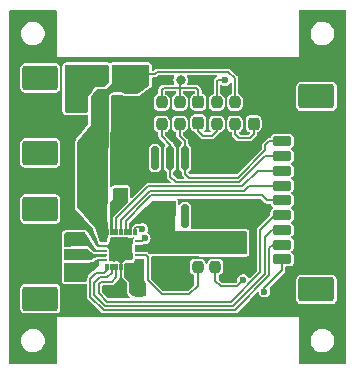
<source format=gbr>
%TF.GenerationSoftware,KiCad,Pcbnew,8.0.1*%
%TF.CreationDate,2024-05-05T22:16:20+02:00*%
%TF.ProjectId,pro_micro,70726f5f-6d69-4637-926f-2e6b69636164,rev?*%
%TF.SameCoordinates,Original*%
%TF.FileFunction,Copper,L1,Top*%
%TF.FilePolarity,Positive*%
%FSLAX46Y46*%
G04 Gerber Fmt 4.6, Leading zero omitted, Abs format (unit mm)*
G04 Created by KiCad (PCBNEW 8.0.1) date 2024-05-05 22:16:20*
%MOMM*%
%LPD*%
G01*
G04 APERTURE LIST*
G04 Aperture macros list*
%AMRoundRect*
0 Rectangle with rounded corners*
0 $1 Rounding radius*
0 $2 $3 $4 $5 $6 $7 $8 $9 X,Y pos of 4 corners*
0 Add a 4 corners polygon primitive as box body*
4,1,4,$2,$3,$4,$5,$6,$7,$8,$9,$2,$3,0*
0 Add four circle primitives for the rounded corners*
1,1,$1+$1,$2,$3*
1,1,$1+$1,$4,$5*
1,1,$1+$1,$6,$7*
1,1,$1+$1,$8,$9*
0 Add four rect primitives between the rounded corners*
20,1,$1+$1,$2,$3,$4,$5,0*
20,1,$1+$1,$4,$5,$6,$7,0*
20,1,$1+$1,$6,$7,$8,$9,0*
20,1,$1+$1,$8,$9,$2,$3,0*%
G04 Aperture macros list end*
%TA.AperFunction,SMDPad,CuDef*%
%ADD10RoundRect,0.237500X0.300000X0.237500X-0.300000X0.237500X-0.300000X-0.237500X0.300000X-0.237500X0*%
%TD*%
%TA.AperFunction,SMDPad,CuDef*%
%ADD11RoundRect,0.250000X-0.325000X-0.450000X0.325000X-0.450000X0.325000X0.450000X-0.325000X0.450000X0*%
%TD*%
%TA.AperFunction,SMDPad,CuDef*%
%ADD12RoundRect,0.237500X-0.237500X0.250000X-0.237500X-0.250000X0.237500X-0.250000X0.237500X0.250000X0*%
%TD*%
%TA.AperFunction,SMDPad,CuDef*%
%ADD13RoundRect,0.150000X0.150000X-0.825000X0.150000X0.825000X-0.150000X0.825000X-0.150000X-0.825000X0*%
%TD*%
%TA.AperFunction,SMDPad,CuDef*%
%ADD14RoundRect,0.250000X0.287500X0.275000X-0.287500X0.275000X-0.287500X-0.275000X0.287500X-0.275000X0*%
%TD*%
%TA.AperFunction,SMDPad,CuDef*%
%ADD15RoundRect,0.237500X-0.237500X0.287500X-0.237500X-0.287500X0.237500X-0.287500X0.237500X0.287500X0*%
%TD*%
%TA.AperFunction,SMDPad,CuDef*%
%ADD16RoundRect,0.237500X0.237500X-0.250000X0.237500X0.250000X-0.237500X0.250000X-0.237500X-0.250000X0*%
%TD*%
%TA.AperFunction,SMDPad,CuDef*%
%ADD17RoundRect,0.237500X0.237500X-0.300000X0.237500X0.300000X-0.237500X0.300000X-0.237500X-0.300000X0*%
%TD*%
%TA.AperFunction,SMDPad,CuDef*%
%ADD18RoundRect,0.008000X-0.092000X0.227000X-0.092000X-0.227000X0.092000X-0.227000X0.092000X0.227000X0*%
%TD*%
%TA.AperFunction,SMDPad,CuDef*%
%ADD19RoundRect,0.018000X-0.217000X0.082000X-0.217000X-0.082000X0.217000X-0.082000X0.217000X0.082000X0*%
%TD*%
%TA.AperFunction,ComponentPad*%
%ADD20C,0.600000*%
%TD*%
%TA.AperFunction,SMDPad,CuDef*%
%ADD21R,1.900000X1.900000*%
%TD*%
%TA.AperFunction,SMDPad,CuDef*%
%ADD22RoundRect,0.237500X0.237500X-0.287500X0.237500X0.287500X-0.237500X0.287500X-0.237500X-0.287500X0*%
%TD*%
%TA.AperFunction,SMDPad,CuDef*%
%ADD23RoundRect,0.200000X-0.600000X0.200000X-0.600000X-0.200000X0.600000X-0.200000X0.600000X0.200000X0*%
%TD*%
%TA.AperFunction,SMDPad,CuDef*%
%ADD24RoundRect,0.250001X-1.249999X0.799999X-1.249999X-0.799999X1.249999X-0.799999X1.249999X0.799999X0*%
%TD*%
%TA.AperFunction,SMDPad,CuDef*%
%ADD25RoundRect,0.237500X-0.300000X-0.237500X0.300000X-0.237500X0.300000X0.237500X-0.300000X0.237500X0*%
%TD*%
%TA.AperFunction,SMDPad,CuDef*%
%ADD26RoundRect,0.200000X0.600000X-0.200000X0.600000X0.200000X-0.600000X0.200000X-0.600000X-0.200000X0*%
%TD*%
%TA.AperFunction,SMDPad,CuDef*%
%ADD27RoundRect,0.250001X1.249999X-0.799999X1.249999X0.799999X-1.249999X0.799999X-1.249999X-0.799999X0*%
%TD*%
%TA.AperFunction,ViaPad*%
%ADD28C,0.800000*%
%TD*%
%TA.AperFunction,ViaPad*%
%ADD29C,0.600000*%
%TD*%
%TA.AperFunction,Conductor*%
%ADD30C,0.152400*%
%TD*%
G04 APERTURE END LIST*
D10*
%TO.P,C3,1*%
%TO.N,GND*%
X-4812500Y2466667D03*
%TO.P,C3,2*%
%TO.N,/Vin_Protected*%
X-6537500Y2466667D03*
%TD*%
D11*
%TO.P,F1,1*%
%TO.N,Net-(J1-Pin_1)*%
X-6425000Y9550000D03*
%TO.P,F1,2*%
%TO.N,/Vin_Protected*%
X-4375000Y9550000D03*
%TD*%
D12*
%TO.P,R3,1*%
%TO.N,Net-(U1-nFault)*%
X3318000Y7162500D03*
%TO.P,R3,2*%
%TO.N,Net-(D2-K)*%
X3318000Y5337500D03*
%TD*%
D13*
%TO.P,U2,1,5V*%
%TO.N,/Motor drive/CS_AREF*%
X-1905000Y-2475000D03*
%TO.P,U2,2,3.3V*%
X-635000Y-2475000D03*
%TO.P,U2,3,PWM_OUT*%
%TO.N,unconnected-(U2-PWM_OUT-Pad3)*%
X635000Y-2475000D03*
%TO.P,U2,4,GND*%
%TO.N,GND*%
X1905000Y-2475000D03*
%TO.P,U2,5,DIR*%
X1905000Y2475000D03*
%TO.P,U2,6,SCL*%
%TO.N,/encoder/SCL*%
X635000Y2475000D03*
%TO.P,U2,7,SDA*%
%TO.N,/encoder/SDA*%
X-635000Y2475000D03*
%TO.P,U2,8,PGO*%
%TO.N,unconnected-(U2-PGO-Pad8)*%
X-1905000Y2475000D03*
%TD*%
D14*
%TO.P,C1,1*%
%TO.N,GND*%
X-5100000Y7300000D03*
%TO.P,C1,2*%
%TO.N,/Vin_Protected*%
X-6525000Y7300000D03*
%TD*%
D15*
%TO.P,D1,1,K*%
%TO.N,GND*%
X6422000Y7125000D03*
%TO.P,D1,2,A*%
%TO.N,Net-(D1-A)*%
X6422000Y5375000D03*
%TD*%
D16*
%TO.P,R2,1*%
%TO.N,Net-(U1-nFault)*%
X3200000Y-6762500D03*
%TO.P,R2,2*%
%TO.N,/Motor drive/CS_AREF*%
X3200000Y-4937500D03*
%TD*%
D17*
%TO.P,C2,1*%
%TO.N,GND*%
X-1300000Y-6712500D03*
%TO.P,C2,2*%
%TO.N,/Motor drive/CS_AREF*%
X-1300000Y-4987500D03*
%TD*%
D16*
%TO.P,R5,1*%
%TO.N,/encoder/SCL*%
X174000Y5337500D03*
%TO.P,R5,2*%
%TO.N,/Motor drive/CS_AREF*%
X174000Y7162500D03*
%TD*%
D10*
%TO.P,C6,1*%
%TO.N,GND*%
X-4812500Y933334D03*
%TO.P,C6,2*%
%TO.N,/Vin_Protected*%
X-6537500Y933334D03*
%TD*%
D16*
%TO.P,R6,1*%
%TO.N,/encoder/SDA*%
X-1358000Y5337500D03*
%TO.P,R6,2*%
%TO.N,/Motor drive/CS_AREF*%
X-1358000Y7162500D03*
%TD*%
D18*
%TO.P,U1,1,nFault*%
%TO.N,Net-(U1-nFault)*%
X-3600000Y-3800000D03*
%TO.P,U1,2,CS_A_REF*%
%TO.N,/Motor drive/CS_AREF*%
X-4000000Y-3800000D03*
%TO.P,U1,3,SO_C*%
%TO.N,/Motor drive/SO_C*%
X-4400000Y-3800000D03*
%TO.P,U1,4,SO_B*%
%TO.N,/Motor drive/SO_B*%
X-4800000Y-3800000D03*
%TO.P,U1,5,SO_A*%
%TO.N,/Motor drive/SO_A*%
X-5200000Y-3800000D03*
%TO.P,U1,6,CP*%
%TO.N,/Motor drive/CP*%
X-5600000Y-3800000D03*
%TO.P,U1,7,VIN_AVDD*%
%TO.N,/Vin_Protected*%
X-6000000Y-3800000D03*
D19*
%TO.P,U1,8,VM*%
X-6265000Y-4595000D03*
%TO.P,U1,9,PGND*%
%TO.N,GND*%
X-6265000Y-4995000D03*
%TO.P,U1,10,MOT_A*%
%TO.N,/Motor drive/MOT_A*%
X-6265000Y-5395000D03*
%TO.P,U1,11,MOT_B*%
%TO.N,/Motor drive/MOT_B*%
X-6265000Y-5795000D03*
%TO.P,U1,12,MOT_C*%
%TO.N,/Motor drive/MOT_C*%
X-6265000Y-6195000D03*
D18*
%TO.P,U1,13,IN_C*%
%TO.N,/Motor drive/IN_C*%
X-6000000Y-6730000D03*
%TO.P,U1,14,IN_B*%
%TO.N,/Motor drive/IN_B*%
X-5600000Y-6730000D03*
%TO.P,U1,15,IN_A*%
%TO.N,/Motor drive/IN_A*%
X-5200000Y-6730000D03*
%TO.P,U1,16,AGND*%
%TO.N,GND*%
X-4800000Y-6730000D03*
%TO.P,U1,17,AVDD*%
%TO.N,/Motor drive/CS_AREF*%
X-4400000Y-6730000D03*
%TO.P,U1,18,INLA*%
X-4000000Y-6730000D03*
%TO.P,U1,19,INLB*%
X-3600000Y-6730000D03*
D19*
%TO.P,U1,20,INLC*%
X-3335000Y-6195000D03*
%TO.P,U1,21,CS_GAIN*%
%TO.N,/Motor drive/GAIN*%
X-3335000Y-5795000D03*
%TO.P,U1,22,SLEW*%
%TO.N,/Motor drive/CS_AREF*%
X-3335000Y-5395000D03*
%TO.P,U1,23,MODE*%
X-3335000Y-4995000D03*
%TO.P,U1,24,nSleep*%
%TO.N,/Motor drive/EN*%
X-3335000Y-4595000D03*
D20*
%TO.P,U1,25,GND*%
%TO.N,GND*%
X-4300000Y-4765000D03*
X-5300000Y-4765000D03*
X-4800000Y-5265000D03*
D21*
X-4800000Y-5265000D03*
D20*
X-4300000Y-5765000D03*
X-5300000Y-5765000D03*
%TD*%
D14*
%TO.P,C7,1*%
%TO.N,GND*%
X-5100000Y5600000D03*
%TO.P,C7,2*%
%TO.N,/Vin_Protected*%
X-6525000Y5600000D03*
%TD*%
D22*
%TO.P,D2,1,K*%
%TO.N,Net-(D2-K)*%
X1746000Y5420000D03*
%TO.P,D2,2,A*%
%TO.N,/Motor drive/CS_AREF*%
X1746000Y7170000D03*
%TD*%
D17*
%TO.P,C9,1*%
%TO.N,GND*%
X200000Y-6712500D03*
%TO.P,C9,2*%
%TO.N,/Motor drive/CS_AREF*%
X200000Y-4987500D03*
%TD*%
D16*
%TO.P,R4,1*%
%TO.N,/Motor drive/GAIN*%
X1700000Y-6762500D03*
%TO.P,R4,2*%
%TO.N,/Motor drive/CS_AREF*%
X1700000Y-4937500D03*
%TD*%
D10*
%TO.P,C4,1*%
%TO.N,GND*%
X-4812500Y4000000D03*
%TO.P,C4,2*%
%TO.N,/Vin_Protected*%
X-6537500Y4000000D03*
%TD*%
D23*
%TO.P,J1,1,Pin_1*%
%TO.N,Net-(J1-Pin_1)*%
X-8750000Y6700000D03*
%TO.P,J1,2,Pin_2*%
%TO.N,GND*%
X-8750000Y5450000D03*
D24*
%TO.P,J1,MP*%
%TO.N,N/C*%
X-11650000Y9250000D03*
X-11650000Y2900000D03*
%TD*%
D23*
%TO.P,J3,1,Pin_1*%
%TO.N,/Motor drive/MOT_A*%
X-8750000Y-4400000D03*
%TO.P,J3,2,Pin_2*%
%TO.N,/Motor drive/MOT_B*%
X-8750000Y-5650000D03*
%TO.P,J3,3,Pin_3*%
%TO.N,/Motor drive/MOT_C*%
X-8750000Y-6900000D03*
D24*
%TO.P,J3,MP*%
%TO.N,N/C*%
X-11650000Y-1850000D03*
X-11650000Y-9450000D03*
%TD*%
D16*
%TO.P,R1,1*%
%TO.N,Net-(D1-A)*%
X4850000Y5337500D03*
%TO.P,R1,2*%
%TO.N,/Vin_Protected*%
X4850000Y7162500D03*
%TD*%
D25*
%TO.P,C5,1*%
%TO.N,/Vin_Protected*%
X-6537500Y-600000D03*
%TO.P,C5,2*%
%TO.N,/Motor drive/CP*%
X-4812500Y-600000D03*
%TD*%
D26*
%TO.P,J2,1,Pin_1*%
%TO.N,/Motor drive/EN*%
X8850000Y-6125000D03*
%TO.P,J2,2,Pin_2*%
%TO.N,/Motor drive/IN_C*%
X8850000Y-4875000D03*
%TO.P,J2,3,Pin_3*%
%TO.N,/Motor drive/IN_B*%
X8850000Y-3625000D03*
%TO.P,J2,4,Pin_4*%
%TO.N,/Motor drive/IN_A*%
X8850000Y-2375000D03*
%TO.P,J2,5,Pin_5*%
%TO.N,/Motor drive/SO_C*%
X8850000Y-1125000D03*
%TO.P,J2,6,Pin_6*%
%TO.N,/Motor drive/SO_B*%
X8850000Y125000D03*
%TO.P,J2,7,Pin_7*%
%TO.N,/Motor drive/SO_A*%
X8850000Y1375000D03*
%TO.P,J2,8,Pin_8*%
%TO.N,/encoder/SDA*%
X8850000Y2625000D03*
%TO.P,J2,9,Pin_9*%
%TO.N,/encoder/SCL*%
X8850000Y3875000D03*
%TO.P,J2,10,Pin_10*%
%TO.N,GND*%
X8850000Y5125000D03*
D27*
%TO.P,J2,MP*%
%TO.N,N/C*%
X11750000Y-8675000D03*
X11750000Y7675000D03*
%TD*%
D25*
%TO.P,C8,1*%
%TO.N,GND*%
X-4962500Y-8800000D03*
%TO.P,C8,2*%
%TO.N,/Motor drive/CS_AREF*%
X-3237500Y-8800000D03*
%TD*%
D28*
%TO.N,GND*%
X3500000Y2000000D03*
X-8000000Y-10250000D03*
D29*
X-13500000Y500000D03*
X3500000Y-2750000D03*
D28*
X-9000000Y-10250000D03*
D29*
X10000000Y9750000D03*
X9500000Y-8750000D03*
D28*
X-3500000Y3250000D03*
X-3500000Y4750000D03*
D29*
X850000Y-8050000D03*
X3500000Y-1750000D03*
X-650000Y-8050000D03*
X-12000000Y500000D03*
X11250000Y9750000D03*
X13750000Y9750000D03*
X-10500000Y500000D03*
X5500000Y-2750000D03*
X-8500000Y-3000000D03*
X12500000Y9750000D03*
D28*
X3500000Y3000000D03*
D29*
X8750000Y9750000D03*
X-6050000Y-8800000D03*
D28*
X-3500000Y6500000D03*
D29*
X5500000Y-1750000D03*
%TO.N,/Vin_Protected*%
X-7750000Y500000D03*
X-3000000Y10000000D03*
D28*
X-6500000Y-2000000D03*
D29*
X-7750000Y1500000D03*
X-7750000Y3500000D03*
X-7750000Y-500000D03*
X-7750000Y2500000D03*
X-3000000Y9000000D03*
%TO.N,/Motor drive/CS_AREF*%
X5500000Y-5250000D03*
X4730000Y-4250000D03*
X5500000Y-4250000D03*
D28*
X250000Y9073800D03*
D29*
X-3150000Y-7610000D03*
X4730000Y-5250000D03*
X-3790000Y-7620000D03*
%TO.N,/Motor drive/EN*%
X7350000Y-8850000D03*
X-2800000Y-4350000D03*
%TO.N,Net-(J1-Pin_1)*%
X-9150000Y10000000D03*
X-7850000Y8000000D03*
X-7850000Y9000000D03*
X-7850000Y10000000D03*
X-9150000Y9000000D03*
%TO.N,Net-(U1-nFault)*%
X5534096Y-7884096D03*
X-3000000Y-3550000D03*
X4000000Y9050000D03*
%TD*%
D30*
%TO.N,GND*%
X-4962500Y-8800000D02*
X-6050000Y-8800000D01*
%TO.N,/Vin_Protected*%
X-1950000Y9550000D02*
X-1750000Y9750000D01*
X-1750000Y9750000D02*
X-1650000Y9750000D01*
X4300000Y9750000D02*
X4850000Y9200000D01*
X-4375000Y9550000D02*
X-1950000Y9550000D01*
X4850000Y9200000D02*
X4850000Y7162500D01*
X-1650000Y9750000D02*
X4300000Y9750000D01*
%TO.N,/Motor drive/CS_AREF*%
X174000Y8997800D02*
X174000Y7162500D01*
X-1200000Y8400000D02*
X-950000Y8400000D01*
X1746000Y8204000D02*
X1746000Y7170000D01*
X0Y8400000D02*
X1550000Y8400000D01*
X1550000Y8400000D02*
X1746000Y8204000D01*
X-950000Y8400000D02*
X0Y8400000D01*
X-1358000Y8242000D02*
X-1200000Y8400000D01*
X-1358000Y7162500D02*
X-1358000Y8242000D01*
X250000Y9073800D02*
X174000Y8997800D01*
%TO.N,/Motor drive/GAIN*%
X-800000Y-9075000D02*
X-1325000Y-9075000D01*
X-2657400Y-5795000D02*
X-3335000Y-5795000D01*
X-2552400Y-5900000D02*
X-2657400Y-5795000D01*
X-2552400Y-7847600D02*
X-2552400Y-5900000D01*
X975000Y-9075000D02*
X1700000Y-8350000D01*
X-1325000Y-9075000D02*
X-2552400Y-7847600D01*
X-800000Y-9075000D02*
X975000Y-9075000D01*
X1700000Y-8350000D02*
X1700000Y-6762500D01*
%TO.N,/encoder/SCL*%
X635000Y2475000D02*
X635000Y1115000D01*
X174000Y4326000D02*
X635000Y3865000D01*
X635000Y1115000D02*
X950000Y800000D01*
X5101632Y800000D02*
X7412500Y3110868D01*
X7750000Y3875000D02*
X8850000Y3875000D01*
X635000Y3865000D02*
X635000Y2475000D01*
X7412500Y3537500D02*
X7750000Y3875000D01*
X950000Y800000D02*
X5101632Y800000D01*
X7412500Y3110868D02*
X7412500Y3537500D01*
X174000Y5337500D02*
X174000Y4326000D01*
%TO.N,/encoder/SDA*%
X-635000Y885000D02*
X-150000Y400000D01*
X7425000Y2625000D02*
X8850000Y2625000D01*
X-150000Y400000D02*
X5200000Y400000D01*
X5200000Y400000D02*
X7425000Y2625000D01*
X-1358000Y4308000D02*
X-1358000Y5337500D01*
X-635000Y3585000D02*
X-1358000Y4308000D01*
X-635000Y2475000D02*
X-635000Y3585000D01*
X-635000Y2475000D02*
X-635000Y885000D01*
%TO.N,/Motor drive/SO_C*%
X-2250000Y-700000D02*
X-2725000Y-1175000D01*
X-796831Y-700000D02*
X7125000Y-700000D01*
X-4400000Y-3800000D02*
X-4400000Y-2850000D01*
X7125000Y-700000D02*
X7550000Y-1125000D01*
X7550000Y-1125000D02*
X8850000Y-1125000D01*
X-4400000Y-2850000D02*
X-2725000Y-1175000D01*
X-796831Y-700000D02*
X-2250000Y-700000D01*
%TO.N,/Motor drive/SO_B*%
X8850000Y125000D02*
X6075000Y125000D01*
X6075000Y125000D02*
X5645200Y-304800D01*
X5645200Y-304800D02*
X-2353168Y-304800D01*
X-4800000Y-2751632D02*
X-4800000Y-3800000D01*
X-2353168Y-304800D02*
X-4800000Y-2751632D01*
%TO.N,/Motor drive/SO_A*%
X-5200000Y-3800000D02*
X-5200000Y-2800000D01*
X-5200000Y-2653264D02*
X-5200000Y-2800000D01*
X-2499136Y47600D02*
X-5200000Y-2653264D01*
X6775000Y1375000D02*
X8850000Y1375000D01*
X5447600Y47600D02*
X-2499136Y47600D01*
X-5200000Y-2800000D02*
X-5200000Y-2650000D01*
X5447600Y47600D02*
X6775000Y1375000D01*
%TO.N,/Motor drive/IN_C*%
X-6000000Y-7050000D02*
X-6004800Y-7050000D01*
X7773800Y-7455998D02*
X7773800Y-5150000D01*
X4812498Y-10417300D02*
X7773800Y-7455998D01*
X-6250000Y-7295200D02*
X-6880330Y-7295200D01*
X-7404800Y-7819670D02*
X-7404800Y-9291936D01*
X8048800Y-4875000D02*
X8850000Y-4875000D01*
X-6279438Y-10417300D02*
X4812498Y-10417300D01*
X-6004800Y-7050000D02*
X-6250000Y-7295200D01*
X-6000000Y-6730000D02*
X-6000000Y-7050000D01*
X-6880330Y-7295200D02*
X-7404800Y-7819670D01*
X7773800Y-5150000D02*
X8048800Y-4875000D01*
X-7404800Y-9291936D02*
X-6279438Y-10417300D01*
%TO.N,/Motor drive/EN*%
X-3335000Y-4595000D02*
X-3045000Y-4595000D01*
X8500000Y-7400000D02*
X7350000Y-8550000D01*
X-3045000Y-4595000D02*
X-2800000Y-4350000D01*
X8850000Y-6125000D02*
X8850000Y-7050000D01*
X8850000Y-7050000D02*
X8500000Y-7400000D01*
X7350000Y-8550000D02*
X7350000Y-8850000D01*
%TO.N,/Motor drive/IN_B*%
X-7052400Y-9145968D02*
X-6386684Y-9811684D01*
X5003215Y-9728215D02*
X7353600Y-7377830D01*
X7353600Y-4250000D02*
X7978600Y-3625000D01*
X4666530Y-10064900D02*
X5003215Y-9728215D01*
X7353600Y-7377830D02*
X7353600Y-4250000D01*
X-7052400Y-8100000D02*
X-7052400Y-9145968D01*
X-5600000Y-7300000D02*
X-5947600Y-7647600D01*
X7978600Y-3625000D02*
X8850000Y-3625000D01*
X-5600000Y-6730000D02*
X-5600000Y-7300000D01*
X-6133469Y-10064900D02*
X-2150000Y-10064900D01*
X-6600000Y-7647600D02*
X-7052400Y-8100000D01*
X-6386684Y-9811684D02*
X-6133469Y-10064900D01*
X-5947600Y-7647600D02*
X-6600000Y-7647600D01*
X-2150000Y-10064900D02*
X4666530Y-10064900D01*
%TO.N,/Motor drive/IN_A*%
X-5200000Y-6730000D02*
X-5200000Y-7648368D01*
X-6450000Y-8000000D02*
X-6700000Y-8250000D01*
X-5200000Y-7648368D02*
X-5551632Y-8000000D01*
X-5551632Y-8000000D02*
X-6450000Y-8000000D01*
X-5987500Y-9712500D02*
X4520562Y-9712500D01*
X4520562Y-9712500D02*
X7001200Y-7231862D01*
X7001200Y-7231862D02*
X7001200Y-3600000D01*
X7001200Y-3600000D02*
X8226200Y-2375000D01*
X-6700000Y-9000000D02*
X-5987500Y-9712500D01*
X8226200Y-2375000D02*
X8850000Y-2375000D01*
X-6700000Y-8250000D02*
X-6700000Y-9000000D01*
%TO.N,Net-(D1-A)*%
X6100000Y4150000D02*
X5200000Y4150000D01*
X4850000Y5337500D02*
X4850000Y4500000D01*
X6422000Y5375000D02*
X6422000Y4472000D01*
X4850000Y4500000D02*
X5200000Y4150000D01*
X6422000Y4472000D02*
X6100000Y4150000D01*
%TO.N,Net-(D2-K)*%
X1746000Y5420000D02*
X1746000Y4754000D01*
X2150000Y4350000D02*
X2900000Y4350000D01*
X3318000Y4768000D02*
X2900000Y4350000D01*
X3318000Y5337500D02*
X3318000Y4768000D01*
X1746000Y4754000D02*
X2150000Y4350000D01*
%TO.N,Net-(U1-nFault)*%
X-3600000Y-3800000D02*
X-3600000Y-3500000D01*
X3450000Y9100000D02*
X3950000Y9100000D01*
X3318000Y7162500D02*
X3318000Y8968000D01*
X-3300000Y-3400000D02*
X-3150000Y-3400000D01*
X3318000Y8968000D02*
X3450000Y9100000D01*
X-3500000Y-3400000D02*
X-3300000Y-3400000D01*
X3200000Y-6762500D02*
X3200000Y-7950000D01*
X-3150000Y-3400000D02*
X-3000000Y-3550000D01*
X3950000Y9100000D02*
X4000000Y9050000D01*
X3200000Y-7950000D02*
X3647600Y-8397600D01*
X-3600000Y-3500000D02*
X-3500000Y-3400000D01*
X3647600Y-8397600D02*
X5020592Y-8397600D01*
X5020592Y-8397600D02*
X5534096Y-7884096D01*
%TD*%
%TA.AperFunction,Conductor*%
%TO.N,/Motor drive/MOT_B*%
G36*
X-7676760Y-5227648D02*
G01*
X-7105000Y-5695000D01*
X-6507167Y-5695000D01*
X-6504925Y-5695220D01*
X-6503522Y-5695500D01*
X-6503521Y-5695500D01*
X-6041500Y-5695500D01*
X-6033368Y-5698868D01*
X-6030000Y-5707000D01*
X-6030000Y-5883000D01*
X-6033368Y-5891132D01*
X-6041500Y-5894500D01*
X-6503522Y-5894500D01*
X-6527990Y-5899367D01*
X-6530062Y-5899779D01*
X-6532305Y-5900000D01*
X-6680000Y-5900000D01*
X-6771070Y-5916071D01*
X-7104998Y-5974999D01*
X-7104999Y-5974999D01*
X-7105000Y-5975000D01*
X-7315214Y-6138500D01*
X-7326886Y-6147578D01*
X-7333946Y-6150000D01*
X-9593500Y-6150000D01*
X-9601632Y-6146632D01*
X-9605000Y-6138500D01*
X-9605000Y-5261351D01*
X-9601632Y-5253219D01*
X-9593650Y-5249852D01*
X-7684184Y-5225054D01*
X-7676760Y-5227648D01*
G37*
%TD.AperFunction*%
%TD*%
%TA.AperFunction,Conductor*%
%TO.N,/Motor drive/CP*%
G36*
X-4226862Y-67593D02*
G01*
X-4201142Y-112142D01*
X-4200000Y-125200D01*
X-4200000Y-1230803D01*
X-4217593Y-1279141D01*
X-4222026Y-1283977D01*
X-5355173Y-2417124D01*
X-5366068Y-2425485D01*
X-5365991Y-2425587D01*
X-5369901Y-2428587D01*
X-5421413Y-2480099D01*
X-5457843Y-2543197D01*
X-5457844Y-2543199D01*
X-5476700Y-2613573D01*
X-5476700Y-3451320D01*
X-5486712Y-3484328D01*
X-5485568Y-3484803D01*
X-5488401Y-3491645D01*
X-5488403Y-3491647D01*
X-5500500Y-3552463D01*
X-5500499Y-3832664D01*
X-5500499Y-3974800D01*
X-5518092Y-4023137D01*
X-5562640Y-4048858D01*
X-5575699Y-4050000D01*
X-5624300Y-4050000D01*
X-5672638Y-4032407D01*
X-5698358Y-3987858D01*
X-5699500Y-3974800D01*
X-5699500Y-3552464D01*
X-5699501Y-3552459D01*
X-5711595Y-3491650D01*
X-5711597Y-3491645D01*
X-5720242Y-3478707D01*
X-5732912Y-3437432D01*
X-5744475Y-1703051D01*
X-5744454Y-1700698D01*
X-5734933Y-1314252D01*
X-5716155Y-1266362D01*
X-5712930Y-1262930D01*
X-5450000Y-1000000D01*
X-5450000Y-125200D01*
X-5432407Y-76862D01*
X-5387858Y-51142D01*
X-5374800Y-50000D01*
X-4275200Y-50000D01*
X-4226862Y-67593D01*
G37*
%TD.AperFunction*%
%TD*%
%TA.AperFunction,Conductor*%
%TO.N,/Motor drive/MOT_C*%
G36*
X-6056862Y-6117593D02*
G01*
X-6031142Y-6162142D01*
X-6030000Y-6175200D01*
X-6030000Y-6219300D01*
X-6047593Y-6267638D01*
X-6092142Y-6293358D01*
X-6105193Y-6294500D01*
X-6112536Y-6294500D01*
X-6129689Y-6297912D01*
X-6132919Y-6298555D01*
X-6147589Y-6300000D01*
X-6630000Y-6300000D01*
X-6630000Y-6663558D01*
X-6647593Y-6711896D01*
X-6658603Y-6722581D01*
X-7580000Y-7450000D01*
X-7580000Y-7572409D01*
X-7597593Y-7620747D01*
X-7602026Y-7625583D01*
X-7626215Y-7649772D01*
X-7662644Y-7712867D01*
X-7670492Y-7742157D01*
X-7681500Y-7783243D01*
X-7681500Y-7924800D01*
X-7699093Y-7973138D01*
X-7743642Y-7998858D01*
X-7756700Y-8000000D01*
X-9552414Y-8000000D01*
X-9600752Y-7982407D01*
X-9626472Y-7937858D01*
X-9627577Y-7922451D01*
X-9623226Y-7783243D01*
X-9582276Y-6472849D01*
X-9563183Y-6425087D01*
X-9517853Y-6400771D01*
X-9507114Y-6400000D01*
X-7480001Y-6400000D01*
X-7480000Y-6400000D01*
X-7443151Y-6371340D01*
X-7396985Y-6355500D01*
X-7333949Y-6355500D01*
X-7333946Y-6355500D01*
X-7267262Y-6344380D01*
X-7260202Y-6341958D01*
X-7200721Y-6309790D01*
X-7200717Y-6309787D01*
X-7200715Y-6309786D01*
X-7033805Y-6179967D01*
X-7000706Y-6165270D01*
X-6668490Y-6106644D01*
X-6655421Y-6105500D01*
X-6532314Y-6105500D01*
X-6532305Y-6105500D01*
X-6512155Y-6104510D01*
X-6509912Y-6104289D01*
X-6489972Y-6101331D01*
X-6489954Y-6101327D01*
X-6489085Y-6101177D01*
X-6489081Y-6101199D01*
X-6489057Y-6101196D01*
X-6489042Y-6101295D01*
X-6475875Y-6100000D01*
X-6105200Y-6100000D01*
X-6056862Y-6117593D01*
G37*
%TD.AperFunction*%
%TD*%
%TA.AperFunction,Conductor*%
%TO.N,/Motor drive/MOT_A*%
G36*
X-7823341Y-3867593D02*
G01*
X-7807910Y-3885344D01*
X-6930000Y-5290000D01*
X-6538579Y-5290000D01*
X-6523908Y-5291445D01*
X-6503523Y-5295500D01*
X-6105200Y-5295500D01*
X-6056862Y-5313093D01*
X-6031142Y-5357642D01*
X-6030000Y-5370700D01*
X-6030000Y-5414800D01*
X-6047593Y-5463138D01*
X-6092142Y-5488858D01*
X-6105200Y-5490000D01*
X-6495113Y-5490000D01*
X-6498787Y-5489910D01*
X-6507167Y-5489500D01*
X-7004875Y-5489500D01*
X-7052467Y-5472524D01*
X-7546703Y-5068539D01*
X-7608973Y-5033649D01*
X-7616397Y-5031055D01*
X-7616407Y-5031053D01*
X-7686845Y-5019571D01*
X-7686852Y-5019571D01*
X-7686853Y-5019571D01*
X-8570976Y-5031053D01*
X-9553823Y-5043817D01*
X-9602386Y-5026852D01*
X-9628682Y-4982642D01*
X-9630000Y-4968623D01*
X-9630000Y-4031148D01*
X-9612407Y-3982810D01*
X-9607974Y-3977974D01*
X-9502026Y-3872026D01*
X-9455406Y-3850286D01*
X-9448852Y-3850000D01*
X-7871679Y-3850000D01*
X-7823341Y-3867593D01*
G37*
%TD.AperFunction*%
%TD*%
%TA.AperFunction,Conductor*%
%TO.N,/Motor drive/CS_AREF*%
G36*
X-2886061Y-6091385D02*
G01*
X-2840306Y-6144189D01*
X-2829100Y-6195700D01*
X-2829100Y-7884027D01*
X-2829099Y-7884033D01*
X-2810244Y-7954403D01*
X-2810244Y-7954404D01*
X-2790052Y-7989375D01*
X-2773815Y-8017498D01*
X-2773812Y-8017501D01*
X-2736320Y-8054993D01*
X-2702834Y-8116316D01*
X-2700000Y-8142675D01*
X-2700000Y-9126000D01*
X-2719685Y-9193039D01*
X-2772489Y-9238794D01*
X-2824000Y-9250000D01*
X-3748638Y-9250000D01*
X-3815677Y-9230315D01*
X-3836319Y-9213681D01*
X-4063681Y-8986319D01*
X-4097166Y-8924996D01*
X-4100000Y-8898638D01*
X-4100000Y-7999999D01*
X-4513681Y-7586319D01*
X-4547166Y-7524996D01*
X-4550000Y-7498638D01*
X-4550000Y-7133442D01*
X-4530315Y-7066403D01*
X-4529102Y-7064551D01*
X-4511596Y-7038352D01*
X-4511595Y-7038351D01*
X-4499500Y-6977541D01*
X-4499500Y-6977538D01*
X-4499501Y-6539500D01*
X-4479817Y-6472461D01*
X-4427013Y-6426706D01*
X-4375501Y-6415500D01*
X-3830250Y-6415500D01*
X-3830247Y-6415499D01*
X-3771770Y-6403868D01*
X-3771769Y-6403867D01*
X-3705447Y-6359552D01*
X-3661132Y-6293230D01*
X-3661131Y-6293229D01*
X-3649500Y-6234752D01*
X-3649500Y-6219500D01*
X-3629815Y-6152461D01*
X-3577011Y-6106706D01*
X-3525500Y-6095500D01*
X-3096477Y-6095500D01*
X-3096473Y-6095499D01*
X-3032749Y-6082824D01*
X-3032748Y-6082823D01*
X-3032745Y-6082823D01*
X-3032742Y-6082821D01*
X-3028678Y-6081138D01*
X-2981226Y-6071700D01*
X-2953100Y-6071700D01*
X-2886061Y-6091385D01*
G37*
%TD.AperFunction*%
%TD*%
%TA.AperFunction,Conductor*%
%TO.N,/Motor drive/CS_AREF*%
G36*
X-178351Y-1217593D02*
G01*
X-152631Y-1262142D01*
X-151503Y-1276669D01*
X-200000Y-3750000D01*
X5774800Y-3750000D01*
X5823138Y-3767593D01*
X5848858Y-3812142D01*
X5850000Y-3825200D01*
X5850000Y-5624403D01*
X5832407Y-5672741D01*
X5787858Y-5698461D01*
X5774404Y-5699602D01*
X-2373614Y-5656717D01*
X-2421858Y-5638869D01*
X-2426392Y-5634693D01*
X-2487499Y-5573587D01*
X-2550599Y-5537155D01*
X-2550598Y-5537155D01*
X-2602117Y-5523351D01*
X-2620972Y-5518300D01*
X-2620973Y-5518300D01*
X-2993286Y-5518300D01*
X-3025310Y-5508586D01*
X-3025901Y-5510012D01*
X-3032746Y-5507176D01*
X-3096477Y-5494500D01*
X-3096478Y-5494500D01*
X-3573522Y-5494500D01*
X-3574300Y-5494500D01*
X-3622638Y-5476907D01*
X-3648358Y-5432358D01*
X-3649500Y-5419300D01*
X-3649500Y-4970700D01*
X-3631907Y-4922362D01*
X-3587358Y-4896642D01*
X-3574300Y-4895500D01*
X-3096477Y-4895500D01*
X-3064611Y-4889161D01*
X-3032745Y-4882823D01*
X-3031460Y-4881964D01*
X-3009142Y-4871852D01*
X-3008575Y-4871700D01*
X-3008572Y-4871700D01*
X-2938197Y-4852844D01*
X-2938195Y-4852843D01*
X-2938191Y-4852842D01*
X-2933642Y-4850958D01*
X-2932778Y-4853043D01*
X-2890428Y-4845563D01*
X-2882283Y-4847469D01*
X-2871961Y-4850500D01*
X-2871958Y-4850500D01*
X-2728042Y-4850500D01*
X-2728039Y-4850500D01*
X-2589947Y-4809953D01*
X-2468872Y-4732143D01*
X-2432932Y-4690666D01*
X-2374624Y-4623375D01*
X-2374622Y-4623372D01*
X-2314835Y-4492459D01*
X-2294353Y-4350000D01*
X-2314835Y-4207540D01*
X-2374622Y-4076627D01*
X-2374624Y-4076624D01*
X-2468872Y-3967857D01*
X-2546823Y-3917760D01*
X-2577975Y-3876825D01*
X-2575527Y-3825444D01*
X-2574570Y-3823259D01*
X-2514836Y-3692462D01*
X-2514836Y-3692460D01*
X-2514835Y-3692458D01*
X-2514835Y-3692457D01*
X-2494353Y-3550000D01*
X-2500610Y-3506483D01*
X-2514835Y-3407540D01*
X-2574622Y-3276627D01*
X-2574624Y-3276624D01*
X-2668872Y-3167856D01*
X-2668874Y-3167855D01*
X-2789948Y-3090046D01*
X-2789947Y-3090046D01*
X-2928036Y-3049500D01*
X-2928039Y-3049500D01*
X-3071961Y-3049500D01*
X-3071963Y-3049500D01*
X-3210051Y-3090046D01*
X-3243220Y-3111362D01*
X-3283876Y-3123300D01*
X-3536428Y-3123300D01*
X-3562184Y-3130201D01*
X-3606800Y-3142155D01*
X-3606811Y-3142160D01*
X-3651316Y-3167856D01*
X-3669897Y-3178584D01*
X-3669898Y-3178585D01*
X-3821415Y-3330102D01*
X-3857844Y-3393197D01*
X-3866284Y-3424696D01*
X-3877975Y-3468332D01*
X-3879397Y-3467950D01*
X-3885708Y-3484744D01*
X-3885568Y-3484803D01*
X-3887326Y-3489048D01*
X-3888174Y-3491304D01*
X-3888403Y-3491647D01*
X-3900500Y-3552463D01*
X-3900499Y-3812142D01*
X-3900499Y-4024800D01*
X-3918092Y-4073138D01*
X-3962641Y-4098858D01*
X-3975699Y-4100000D01*
X-4024300Y-4100000D01*
X-4072638Y-4082407D01*
X-4098358Y-4037858D01*
X-4099500Y-4024800D01*
X-4099500Y-3552464D01*
X-4099501Y-3552462D01*
X-4111597Y-3491644D01*
X-4114432Y-3484801D01*
X-4113287Y-3484327D01*
X-4123300Y-3451320D01*
X-4123300Y-3111561D01*
X-4105707Y-3063223D01*
X-4099967Y-3057112D01*
X-2679197Y-1703997D01*
X-2171782Y-1220745D01*
X-2124646Y-1200149D01*
X-2119920Y-1200000D01*
X-226689Y-1200000D01*
X-178351Y-1217593D01*
G37*
%TD.AperFunction*%
%TD*%
%TA.AperFunction,Conductor*%
%TO.N,GND*%
G36*
X7027577Y-994293D02*
G01*
X7032413Y-998726D01*
X7380102Y-1346415D01*
X7443197Y-1382844D01*
X7513572Y-1401700D01*
X7793925Y-1401700D01*
X7842263Y-1419293D01*
X7860146Y-1445805D01*
X7861667Y-1445031D01*
X7921951Y-1563344D01*
X8011655Y-1653048D01*
X8011657Y-1653049D01*
X8011658Y-1653050D01*
X8066483Y-1680984D01*
X8070430Y-1682996D01*
X8105512Y-1720617D01*
X8108204Y-1771987D01*
X8077247Y-1813068D01*
X8070430Y-1817004D01*
X8011655Y-1846951D01*
X7921951Y-1936655D01*
X7864354Y-2049694D01*
X7849500Y-2143478D01*
X7849500Y-2329238D01*
X7831907Y-2377576D01*
X7827474Y-2382412D01*
X6779788Y-3430097D01*
X6743356Y-3493197D01*
X6730752Y-3540239D01*
X6730751Y-3540238D01*
X6724500Y-3563572D01*
X6724500Y-7086100D01*
X6706907Y-7134438D01*
X6702474Y-7139274D01*
X6121193Y-7720554D01*
X6074573Y-7742294D01*
X6024886Y-7728980D01*
X5999615Y-7698620D01*
X5959473Y-7610723D01*
X5959471Y-7610720D01*
X5865223Y-7501952D01*
X5865221Y-7501951D01*
X5812146Y-7467842D01*
X5744149Y-7424143D01*
X5744148Y-7424142D01*
X5606059Y-7383596D01*
X5606057Y-7383596D01*
X5462135Y-7383596D01*
X5462132Y-7383596D01*
X5324044Y-7424142D01*
X5202970Y-7501951D01*
X5202968Y-7501952D01*
X5108720Y-7610720D01*
X5108718Y-7610723D01*
X5048931Y-7741636D01*
X5037560Y-7820727D01*
X5028449Y-7884096D01*
X5036078Y-7937161D01*
X5037464Y-7946797D01*
X5026928Y-7997147D01*
X5016204Y-8010673D01*
X4928005Y-8098874D01*
X4881385Y-8120614D01*
X4874830Y-8120900D01*
X3793361Y-8120900D01*
X3745023Y-8103307D01*
X3740187Y-8098874D01*
X3498726Y-7857413D01*
X3476986Y-7810793D01*
X3476700Y-7804239D01*
X3476700Y-7516180D01*
X3494293Y-7467842D01*
X3527060Y-7445201D01*
X3644475Y-7404116D01*
X3750711Y-7325711D01*
X3829116Y-7219475D01*
X3872725Y-7094849D01*
X3875499Y-7065263D01*
X3875500Y-7065262D01*
X3875500Y-6459738D01*
X3875499Y-6459735D01*
X3874615Y-6450304D01*
X3872725Y-6430151D01*
X3836862Y-6327661D01*
X3829117Y-6305527D01*
X3829115Y-6305524D01*
X3824256Y-6298940D01*
X3750711Y-6199289D01*
X3644475Y-6120884D01*
X3644472Y-6120882D01*
X3549766Y-6087743D01*
X3519849Y-6077275D01*
X3519844Y-6077274D01*
X3519842Y-6077274D01*
X3490264Y-6074500D01*
X3490256Y-6074500D01*
X2909744Y-6074500D01*
X2909735Y-6074500D01*
X2880157Y-6077274D01*
X2880153Y-6077274D01*
X2880151Y-6077275D01*
X2880148Y-6077275D01*
X2880148Y-6077276D01*
X2755527Y-6120882D01*
X2755524Y-6120884D01*
X2649289Y-6199289D01*
X2570884Y-6305524D01*
X2570882Y-6305527D01*
X2527276Y-6430148D01*
X2527274Y-6430157D01*
X2524871Y-6455781D01*
X2502841Y-6502265D01*
X2456086Y-6523712D01*
X2406483Y-6510089D01*
X2377242Y-6467768D01*
X2375129Y-6455781D01*
X2373869Y-6442356D01*
X2372725Y-6430151D01*
X2336862Y-6327661D01*
X2329117Y-6305527D01*
X2329115Y-6305524D01*
X2324256Y-6298940D01*
X2250711Y-6199289D01*
X2144475Y-6120884D01*
X2144472Y-6120882D01*
X2049766Y-6087743D01*
X2019849Y-6077275D01*
X2019844Y-6077274D01*
X2019842Y-6077274D01*
X1990264Y-6074500D01*
X1990256Y-6074500D01*
X1409744Y-6074500D01*
X1409735Y-6074500D01*
X1380157Y-6077274D01*
X1380153Y-6077274D01*
X1380151Y-6077275D01*
X1380148Y-6077275D01*
X1380148Y-6077276D01*
X1255527Y-6120882D01*
X1255524Y-6120884D01*
X1149289Y-6199289D01*
X1070884Y-6305524D01*
X1070882Y-6305527D01*
X1027276Y-6430148D01*
X1027274Y-6430157D01*
X1024500Y-6459735D01*
X1024500Y-7065264D01*
X1026485Y-7086426D01*
X1027275Y-7094849D01*
X1027276Y-7094851D01*
X1070882Y-7219472D01*
X1070884Y-7219475D01*
X1149289Y-7325711D01*
X1255524Y-7404115D01*
X1255527Y-7404117D01*
X1291312Y-7416638D01*
X1372938Y-7445201D01*
X1412751Y-7477771D01*
X1423300Y-7516180D01*
X1423300Y-8204239D01*
X1405707Y-8252577D01*
X1401274Y-8257413D01*
X882413Y-8776274D01*
X835793Y-8798014D01*
X829239Y-8798300D01*
X-1179239Y-8798300D01*
X-1227577Y-8780707D01*
X-1232413Y-8776274D01*
X-2253674Y-7755013D01*
X-2275414Y-7708393D01*
X-2275700Y-7701839D01*
X-2275700Y-5938331D01*
X-2258107Y-5889993D01*
X-2213558Y-5864273D01*
X-2200104Y-5863132D01*
X5773322Y-5905099D01*
X5791770Y-5904367D01*
X5805224Y-5903226D01*
X5890607Y-5876430D01*
X5935156Y-5850710D01*
X5935158Y-5850707D01*
X5935162Y-5850706D01*
X5949529Y-5839822D01*
X5975896Y-5819850D01*
X6025515Y-5743024D01*
X6043108Y-5694686D01*
X6055500Y-5624403D01*
X6055500Y-3825200D01*
X6054719Y-3807296D01*
X6053577Y-3794238D01*
X6026827Y-3709393D01*
X6001107Y-3664844D01*
X6001103Y-3664837D01*
X5970246Y-3624103D01*
X5893421Y-3574485D01*
X5893417Y-3574483D01*
X5845083Y-3556891D01*
X5774800Y-3544500D01*
X1176081Y-3544500D01*
X1127743Y-3526907D01*
X1102023Y-3482358D01*
X1108522Y-3436273D01*
X1125572Y-3401395D01*
X1125573Y-3401393D01*
X1135500Y-3333260D01*
X1135500Y-1616740D01*
X1125573Y-1548607D01*
X1074198Y-1443517D01*
X1074196Y-1443515D01*
X1074196Y-1443514D01*
X991485Y-1360803D01*
X982722Y-1356519D01*
X886393Y-1309427D01*
X818268Y-1299500D01*
X818260Y-1299500D01*
X451740Y-1299500D01*
X451731Y-1299500D01*
X383606Y-1309427D01*
X278514Y-1360803D01*
X195803Y-1443514D01*
X195800Y-1443518D01*
X194116Y-1446964D01*
X157079Y-1482661D01*
X105761Y-1486200D01*
X64174Y-1455923D01*
X51374Y-1412462D01*
X53958Y-1280698D01*
X53380Y-1260760D01*
X52252Y-1246233D01*
X25338Y-1159393D01*
X21259Y-1152329D01*
X-380Y-1114845D01*
X-13666Y-1097307D01*
X-28829Y-1048153D01*
X-8848Y-1000752D01*
X36926Y-977284D01*
X46278Y-976700D01*
X6979239Y-976700D01*
X7027577Y-994293D01*
G37*
%TD.AperFunction*%
%TA.AperFunction,Conductor*%
G36*
X-10276862Y14982407D02*
G01*
X-10251142Y14937858D01*
X-10250000Y14924800D01*
X-10250000Y11000000D01*
X10250000Y11000000D01*
X10250000Y12999998D01*
X11247422Y12999998D01*
X11267944Y12798179D01*
X11328671Y12604630D01*
X11427123Y12427253D01*
X11427124Y12427252D01*
X11559252Y12273342D01*
X11559262Y12273333D01*
X11719666Y12149171D01*
X11719671Y12149168D01*
X11719672Y12149168D01*
X11901799Y12059830D01*
X11901804Y12059828D01*
X11901806Y12059828D01*
X12098175Y12008984D01*
X12098189Y12008982D01*
X12300773Y11998707D01*
X12300780Y11998708D01*
X12501299Y12029427D01*
X12501300Y12029427D01*
X12501304Y12029428D01*
X12691526Y12099878D01*
X12691528Y12099879D01*
X12691530Y12099880D01*
X12789136Y12160718D01*
X12863683Y12207184D01*
X13010711Y12346944D01*
X13010714Y12346947D01*
X13066609Y12427253D01*
X13126601Y12513447D01*
X13206600Y12699865D01*
X13247435Y12898571D01*
X13250000Y13000000D01*
X13247435Y13101429D01*
X13206600Y13300135D01*
X13126601Y13486553D01*
X13010715Y13653052D01*
X12863684Y13792815D01*
X12691530Y13900120D01*
X12501299Y13970573D01*
X12300780Y14001292D01*
X12098182Y13991017D01*
X11901799Y13940170D01*
X11719672Y13850832D01*
X11719668Y13850829D01*
X11719666Y13850828D01*
X11559262Y13726666D01*
X11559257Y13726662D01*
X11559255Y13726659D01*
X11559252Y13726657D01*
X11427124Y13572747D01*
X11427123Y13572746D01*
X11427120Y13572741D01*
X11328673Y13395373D01*
X11328671Y13395369D01*
X11267944Y13201820D01*
X11247422Y13000001D01*
X11247422Y12999998D01*
X10250000Y12999998D01*
X10250000Y14924800D01*
X10267593Y14973138D01*
X10312142Y14998858D01*
X10325200Y15000000D01*
X14174800Y15000000D01*
X14223138Y14982407D01*
X14248858Y14937858D01*
X14250000Y14924800D01*
X14250000Y-14924800D01*
X14232407Y-14973138D01*
X14187858Y-14998858D01*
X14174800Y-15000000D01*
X10325200Y-15000000D01*
X10276862Y-14982407D01*
X10251142Y-14937858D01*
X10250000Y-14924800D01*
X10250000Y-13000001D01*
X11247422Y-13000001D01*
X11267944Y-13201820D01*
X11328671Y-13395369D01*
X11328672Y-13395372D01*
X11328673Y-13395373D01*
X11379281Y-13486552D01*
X11427123Y-13572746D01*
X11427124Y-13572747D01*
X11559252Y-13726657D01*
X11559255Y-13726659D01*
X11559257Y-13726662D01*
X11559260Y-13726665D01*
X11559262Y-13726666D01*
X11719666Y-13850828D01*
X11719668Y-13850829D01*
X11719672Y-13850832D01*
X11901799Y-13940170D01*
X12098182Y-13991017D01*
X12199481Y-13996154D01*
X12300773Y-14001292D01*
X12300774Y-14001291D01*
X12300780Y-14001292D01*
X12501299Y-13970573D01*
X12691530Y-13900120D01*
X12863684Y-13792815D01*
X13010715Y-13653052D01*
X13126601Y-13486553D01*
X13206600Y-13300135D01*
X13247435Y-13101429D01*
X13250000Y-13000000D01*
X13247435Y-12898571D01*
X13206600Y-12699865D01*
X13126601Y-12513447D01*
X13010715Y-12346948D01*
X12863684Y-12207185D01*
X12863683Y-12207184D01*
X12770605Y-12149168D01*
X12691530Y-12099880D01*
X12691528Y-12099879D01*
X12691526Y-12099878D01*
X12501304Y-12029428D01*
X12501300Y-12029427D01*
X12501299Y-12029427D01*
X12300780Y-11998708D01*
X12300778Y-11998708D01*
X12300772Y-11998707D01*
X12098189Y-12008982D01*
X12098175Y-12008984D01*
X11901806Y-12059828D01*
X11901804Y-12059828D01*
X11901799Y-12059830D01*
X11901795Y-12059832D01*
X11719666Y-12149171D01*
X11559262Y-12273333D01*
X11559252Y-12273342D01*
X11427124Y-12427252D01*
X11427123Y-12427253D01*
X11328671Y-12604630D01*
X11267944Y-12798179D01*
X11247422Y-12999998D01*
X11247422Y-13000001D01*
X10250000Y-13000001D01*
X10250000Y-11000000D01*
X-10250000Y-11000000D01*
X-10250000Y-14924800D01*
X-10267593Y-14973138D01*
X-10312142Y-14998858D01*
X-10325200Y-15000000D01*
X-14174800Y-15000000D01*
X-14223138Y-14982407D01*
X-14248858Y-14937858D01*
X-14250000Y-14924800D01*
X-14250000Y-13000000D01*
X-13252579Y-13000000D01*
X-13232056Y-13201818D01*
X-13171327Y-13395373D01*
X-13072880Y-13572741D01*
X-12940743Y-13726662D01*
X-12780328Y-13850832D01*
X-12598201Y-13940170D01*
X-12401818Y-13991017D01*
X-12286047Y-13996888D01*
X-12199226Y-14001292D01*
X-12199224Y-14001291D01*
X-12199220Y-14001292D01*
X-11998701Y-13970573D01*
X-11998696Y-13970571D01*
X-11998695Y-13970571D01*
X-11808473Y-13900121D01*
X-11808470Y-13900120D01*
X-11636316Y-13792815D01*
X-11489285Y-13653052D01*
X-11373399Y-13486553D01*
X-11373398Y-13486552D01*
X-11293400Y-13300135D01*
X-11293400Y-13300134D01*
X-11273196Y-13201819D01*
X-11252565Y-13101429D01*
X-11252564Y-13101427D01*
X-11252564Y-13101423D01*
X-11250000Y-13000000D01*
X-11252564Y-12898576D01*
X-11293400Y-12699865D01*
X-11293400Y-12699864D01*
X-11373398Y-12513447D01*
X-11489285Y-12346947D01*
X-11489288Y-12346944D01*
X-11636316Y-12207184D01*
X-11808473Y-12099878D01*
X-11998695Y-12029428D01*
X-11998700Y-12029427D01*
X-11998701Y-12029427D01*
X-12132156Y-12008982D01*
X-12199226Y-11998707D01*
X-12401810Y-12008982D01*
X-12401816Y-12008982D01*
X-12401818Y-12008983D01*
X-12401819Y-12008983D01*
X-12401824Y-12008984D01*
X-12575773Y-12054023D01*
X-12598201Y-12059830D01*
X-12780328Y-12149168D01*
X-12780329Y-12149169D01*
X-12780333Y-12149171D01*
X-12940737Y-12273333D01*
X-12940747Y-12273342D01*
X-13072875Y-12427252D01*
X-13072876Y-12427253D01*
X-13072878Y-12427256D01*
X-13072880Y-12427259D01*
X-13171327Y-12604627D01*
X-13232056Y-12798182D01*
X-13252579Y-13000000D01*
X-14250000Y-13000000D01*
X-14250000Y-8595735D01*
X-13350500Y-8595735D01*
X-13350499Y-10304264D01*
X-13347646Y-10334698D01*
X-13302793Y-10462882D01*
X-13222150Y-10572150D01*
X-13112882Y-10652793D01*
X-12984698Y-10697646D01*
X-12954265Y-10700500D01*
X-10345736Y-10700499D01*
X-10345735Y-10700499D01*
X-10315301Y-10697646D01*
X-10187120Y-10652794D01*
X-10187117Y-10652792D01*
X-10168043Y-10638715D01*
X-10077850Y-10572150D01*
X-9997207Y-10462882D01*
X-9997205Y-10462879D01*
X-9952355Y-10334700D01*
X-9952354Y-10334698D01*
X-9952353Y-10334691D01*
X-9949500Y-10304272D01*
X-9949500Y-8595735D01*
X-9952353Y-8565301D01*
X-9997205Y-8437120D01*
X-9997207Y-8437117D01*
X-10077850Y-8327850D01*
X-10187117Y-8247207D01*
X-10187120Y-8247205D01*
X-10315299Y-8202355D01*
X-10315299Y-8202354D01*
X-10315302Y-8202354D01*
X-10315304Y-8202353D01*
X-10315308Y-8202353D01*
X-10345727Y-8199500D01*
X-12954264Y-8199500D01*
X-12984698Y-8202353D01*
X-13112879Y-8247205D01*
X-13112882Y-8247207D01*
X-13222150Y-8327850D01*
X-13302793Y-8437118D01*
X-13347646Y-8565302D01*
X-13350500Y-8595735D01*
X-14250000Y-8595735D01*
X-14250000Y-4968623D01*
X-9835500Y-4968623D01*
X-9834598Y-4987858D01*
X-9833280Y-5001877D01*
X-9805301Y-5087694D01*
X-9795214Y-5104652D01*
X-9785622Y-5155186D01*
X-9790367Y-5171870D01*
X-9791490Y-5174583D01*
X-9791492Y-5174585D01*
X-9794860Y-5182717D01*
X-9794862Y-5182723D01*
X-9803815Y-5227741D01*
X-9810500Y-5261351D01*
X-9810500Y-6138500D01*
X-9809359Y-6144238D01*
X-9794862Y-6217127D01*
X-9794860Y-6217129D01*
X-9794860Y-6217134D01*
X-9791492Y-6225266D01*
X-9758750Y-6277373D01*
X-9747930Y-6327661D01*
X-9752597Y-6345295D01*
X-9754000Y-6348806D01*
X-9754001Y-6348807D01*
X-9773094Y-6396569D01*
X-9787676Y-6466430D01*
X-9832977Y-7916032D01*
X-9832550Y-7937152D01*
X-9831445Y-7952559D01*
X-9831397Y-7953214D01*
X-9804441Y-8040607D01*
X-9778721Y-8085156D01*
X-9778718Y-8085158D01*
X-9778717Y-8085162D01*
X-9768330Y-8098874D01*
X-9747861Y-8125896D01*
X-9671035Y-8175515D01*
X-9632256Y-8189629D01*
X-9622697Y-8193108D01*
X-9552414Y-8205500D01*
X-7756700Y-8205500D01*
X-7708362Y-8223093D01*
X-7682642Y-8267642D01*
X-7681500Y-8280700D01*
X-7681500Y-9255508D01*
X-7681500Y-9328364D01*
X-7662644Y-9398739D01*
X-7626215Y-9461834D01*
X-6449336Y-10638715D01*
X-6386241Y-10675144D01*
X-6315866Y-10694000D01*
X-6315865Y-10694000D01*
X4848925Y-10694000D01*
X4848926Y-10694000D01*
X4919301Y-10675144D01*
X4982396Y-10638715D01*
X6091846Y-9529264D01*
X10049500Y-9529264D01*
X10052353Y-9559698D01*
X10097205Y-9687879D01*
X10097207Y-9687882D01*
X10177850Y-9797150D01*
X10287117Y-9877792D01*
X10287120Y-9877794D01*
X10317890Y-9888560D01*
X10415302Y-9922646D01*
X10445735Y-9925500D01*
X13054264Y-9925499D01*
X13084698Y-9922646D01*
X13212882Y-9877793D01*
X13322150Y-9797150D01*
X13402793Y-9687882D01*
X13447646Y-9559698D01*
X13450500Y-9529265D01*
X13450499Y-7820736D01*
X13450268Y-7818266D01*
X13447646Y-7790301D01*
X13402794Y-7662120D01*
X13402792Y-7662117D01*
X13365760Y-7611940D01*
X13322150Y-7552850D01*
X13212882Y-7472207D01*
X13212879Y-7472205D01*
X13115470Y-7438121D01*
X13084698Y-7427354D01*
X13084693Y-7427353D01*
X13084691Y-7427353D01*
X13054272Y-7424500D01*
X10445735Y-7424500D01*
X10415301Y-7427353D01*
X10287120Y-7472205D01*
X10287117Y-7472207D01*
X10177850Y-7552850D01*
X10097207Y-7662117D01*
X10097205Y-7662120D01*
X10052355Y-7790299D01*
X10052355Y-7790301D01*
X10052353Y-7790308D01*
X10049500Y-7820727D01*
X10049500Y-9529264D01*
X6091846Y-9529264D01*
X6728919Y-8892191D01*
X6775537Y-8870452D01*
X6825224Y-8883766D01*
X6854729Y-8925903D01*
X6856526Y-8934664D01*
X6864835Y-8992459D01*
X6924622Y-9123372D01*
X6924624Y-9123375D01*
X7018872Y-9232143D01*
X7139947Y-9309953D01*
X7278039Y-9350500D01*
X7278042Y-9350500D01*
X7421958Y-9350500D01*
X7421961Y-9350500D01*
X7560053Y-9309953D01*
X7681128Y-9232143D01*
X7775377Y-9123373D01*
X7835165Y-8992457D01*
X7855647Y-8850000D01*
X7835165Y-8707543D01*
X7819983Y-8674300D01*
X7778039Y-8582456D01*
X7773962Y-8531178D01*
X7793267Y-8498044D01*
X8721415Y-7569898D01*
X9071415Y-7219898D01*
X9107844Y-7156803D01*
X9126700Y-7086428D01*
X9126700Y-7013572D01*
X9126700Y-6800699D01*
X9144293Y-6752361D01*
X9188842Y-6726641D01*
X9201900Y-6725499D01*
X9481513Y-6725499D01*
X9481518Y-6725499D01*
X9489646Y-6724211D01*
X9575301Y-6710647D01*
X9575302Y-6710646D01*
X9575304Y-6710646D01*
X9688342Y-6653050D01*
X9778050Y-6563342D01*
X9835646Y-6450304D01*
X9850500Y-6356519D01*
X9850499Y-5893482D01*
X9850498Y-5893475D01*
X9835647Y-5799698D01*
X9806768Y-5743020D01*
X9778050Y-5686658D01*
X9778049Y-5686657D01*
X9778048Y-5686655D01*
X9688344Y-5596951D01*
X9677410Y-5591380D01*
X9629568Y-5567003D01*
X9594487Y-5529383D01*
X9591795Y-5478014D01*
X9622752Y-5436932D01*
X9629561Y-5433000D01*
X9688342Y-5403050D01*
X9778050Y-5313342D01*
X9835646Y-5200304D01*
X9850500Y-5106519D01*
X9850499Y-4643482D01*
X9838941Y-4570500D01*
X9835647Y-4549698D01*
X9778048Y-4436655D01*
X9688344Y-4346951D01*
X9642980Y-4323837D01*
X9629568Y-4317003D01*
X9594487Y-4279383D01*
X9591795Y-4228014D01*
X9622752Y-4186932D01*
X9629561Y-4183000D01*
X9688342Y-4153050D01*
X9778050Y-4063342D01*
X9835646Y-3950304D01*
X9850500Y-3856519D01*
X9850499Y-3393482D01*
X9840962Y-3333260D01*
X9835647Y-3299698D01*
X9778048Y-3186655D01*
X9688344Y-3096951D01*
X9686079Y-3095797D01*
X9629568Y-3067003D01*
X9594487Y-3029383D01*
X9591795Y-2978014D01*
X9622752Y-2936932D01*
X9629561Y-2933000D01*
X9688342Y-2903050D01*
X9778050Y-2813342D01*
X9835646Y-2700304D01*
X9850500Y-2606519D01*
X9850499Y-2143482D01*
X9850498Y-2143475D01*
X9835647Y-2049698D01*
X9778048Y-1936655D01*
X9688344Y-1846951D01*
X9686079Y-1845797D01*
X9629568Y-1817003D01*
X9594487Y-1779383D01*
X9591795Y-1728014D01*
X9622752Y-1686932D01*
X9629561Y-1683000D01*
X9688342Y-1653050D01*
X9778050Y-1563342D01*
X9835646Y-1450304D01*
X9850500Y-1356519D01*
X9850499Y-893482D01*
X9850498Y-893475D01*
X9835647Y-799698D01*
X9778048Y-686655D01*
X9688344Y-596951D01*
X9686079Y-595797D01*
X9629568Y-567003D01*
X9594487Y-529383D01*
X9591795Y-478014D01*
X9622752Y-436932D01*
X9629561Y-433000D01*
X9688342Y-403050D01*
X9778050Y-313342D01*
X9835646Y-200304D01*
X9850500Y-106519D01*
X9850499Y356518D01*
X9849211Y364646D01*
X9835647Y450301D01*
X9835646Y450302D01*
X9835646Y450304D01*
X9778050Y563342D01*
X9688342Y653050D01*
X9629568Y682996D01*
X9594487Y720617D01*
X9591795Y771986D01*
X9622752Y813068D01*
X9629561Y816999D01*
X9688342Y846950D01*
X9688344Y846951D01*
X9778048Y936655D01*
X9835645Y1049694D01*
X9835646Y1049696D01*
X9850500Y1143481D01*
X9850499Y1606518D01*
X9843692Y1649501D01*
X9835647Y1700301D01*
X9835646Y1700302D01*
X9835646Y1700304D01*
X9778050Y1813342D01*
X9688342Y1903050D01*
X9629568Y1932996D01*
X9594487Y1970617D01*
X9591795Y2021986D01*
X9622752Y2063068D01*
X9629561Y2066999D01*
X9688342Y2096950D01*
X9688344Y2096951D01*
X9778048Y2186655D01*
X9835645Y2299694D01*
X9835646Y2299696D01*
X9850500Y2393481D01*
X9850499Y2856518D01*
X9849211Y2864646D01*
X9835647Y2950301D01*
X9835646Y2950302D01*
X9835646Y2950304D01*
X9778050Y3063342D01*
X9688342Y3153050D01*
X9629568Y3182996D01*
X9594487Y3220617D01*
X9591795Y3271986D01*
X9622752Y3313068D01*
X9629561Y3316999D01*
X9688342Y3346950D01*
X9688344Y3346951D01*
X9778048Y3436655D01*
X9835645Y3549694D01*
X9835646Y3549696D01*
X9850500Y3643481D01*
X9850499Y4106518D01*
X9843534Y4150500D01*
X9835647Y4200301D01*
X9835646Y4200302D01*
X9835646Y4200304D01*
X9778050Y4313342D01*
X9688342Y4403050D01*
X9575304Y4460646D01*
X9481519Y4475500D01*
X8218482Y4475499D01*
X8218476Y4475498D01*
X8218475Y4475498D01*
X8124698Y4460647D01*
X8124696Y4460646D01*
X8011658Y4403050D01*
X8011657Y4403049D01*
X8011655Y4403048D01*
X7921951Y4313344D01*
X7861667Y4195031D01*
X7859545Y4196111D01*
X7833772Y4163125D01*
X7793925Y4151700D01*
X7786428Y4151700D01*
X7713572Y4151700D01*
X7643197Y4132844D01*
X7580102Y4096415D01*
X7191085Y3707398D01*
X7154837Y3644617D01*
X7154655Y3644301D01*
X7144703Y3607156D01*
X7144702Y3607156D01*
X7135800Y3573927D01*
X7135800Y3256629D01*
X7118207Y3208291D01*
X7113774Y3203455D01*
X5009045Y1098726D01*
X4962425Y1076986D01*
X4955871Y1076700D01*
X1095761Y1076700D01*
X1047423Y1094293D01*
X1042587Y1098726D01*
X933726Y1207587D01*
X911986Y1254207D01*
X911700Y1260761D01*
X911700Y1274856D01*
X929293Y1323194D01*
X953872Y1342415D01*
X991485Y1360803D01*
X1074196Y1443514D01*
X1074196Y1443515D01*
X1074198Y1443517D01*
X1125573Y1548607D01*
X1135500Y1616740D01*
X1135500Y3333260D01*
X1125573Y3401393D01*
X1074198Y3506483D01*
X991483Y3589198D01*
X953870Y3607585D01*
X918174Y3644617D01*
X911700Y3675142D01*
X911700Y3901426D01*
X911700Y3901428D01*
X892844Y3971802D01*
X856415Y4034898D01*
X804898Y4086415D01*
X472726Y4418587D01*
X450986Y4465207D01*
X450700Y4471761D01*
X450700Y4583819D01*
X468293Y4632157D01*
X501063Y4654799D01*
X618472Y4695882D01*
X618475Y4695884D01*
X650536Y4719546D01*
X724711Y4774289D01*
X803116Y4880525D01*
X846725Y5005151D01*
X849499Y5034735D01*
X849500Y5034738D01*
X849500Y5079735D01*
X1070500Y5079735D01*
X1073274Y5050157D01*
X1073276Y5050148D01*
X1116882Y4925527D01*
X1116884Y4925524D01*
X1195289Y4819289D01*
X1301524Y4740884D01*
X1301527Y4740882D01*
X1426148Y4697276D01*
X1426151Y4697275D01*
X1426153Y4697274D01*
X1430622Y4696299D01*
X1430232Y4694515D01*
X1470466Y4675433D01*
X1486415Y4651396D01*
X1488150Y4647207D01*
X1524586Y4584100D01*
X1928585Y4180102D01*
X1945562Y4163125D01*
X1980101Y4128585D01*
X2043197Y4092156D01*
X2043199Y4092155D01*
X2094717Y4078352D01*
X2113572Y4073300D01*
X2113573Y4073300D01*
X2936427Y4073300D01*
X2936428Y4073300D01*
X2985376Y4086415D01*
X3006800Y4092155D01*
X3006803Y4092156D01*
X3069898Y4128585D01*
X3303741Y4362428D01*
X3539415Y4598101D01*
X3547449Y4612017D01*
X3586853Y4645083D01*
X3606532Y4649035D01*
X3606504Y4649335D01*
X3637842Y4652274D01*
X3637844Y4652274D01*
X3637849Y4652275D01*
X3684017Y4668430D01*
X3762472Y4695882D01*
X3762475Y4695884D01*
X3794536Y4719546D01*
X3868711Y4774289D01*
X3947116Y4880525D01*
X3990725Y5005151D01*
X3993499Y5034735D01*
X4174500Y5034735D01*
X4177274Y5005157D01*
X4177276Y5005148D01*
X4220882Y4880527D01*
X4220884Y4880524D01*
X4299289Y4774289D01*
X4405524Y4695884D01*
X4405527Y4695882D01*
X4522937Y4654799D01*
X4562751Y4622228D01*
X4573300Y4583819D01*
X4573300Y4463573D01*
X4592155Y4393199D01*
X4628586Y4330100D01*
X5030100Y3928586D01*
X5093199Y3892155D01*
X5093198Y3892155D01*
X5144717Y3878351D01*
X5163572Y3873300D01*
X5163573Y3873300D01*
X6136427Y3873300D01*
X6136428Y3873300D01*
X6177052Y3884184D01*
X6206800Y3892155D01*
X6206803Y3892156D01*
X6269898Y3928585D01*
X6643415Y4302102D01*
X6679844Y4365197D01*
X6698700Y4435572D01*
X6698700Y4508428D01*
X6698700Y4583819D01*
X6716293Y4632157D01*
X6749063Y4654799D01*
X6866472Y4695882D01*
X6866475Y4695884D01*
X6898536Y4719546D01*
X6972711Y4774289D01*
X7051116Y4880525D01*
X7094725Y5005151D01*
X7097499Y5034735D01*
X7097500Y5034738D01*
X7097500Y5715262D01*
X7097499Y5715264D01*
X7094725Y5744849D01*
X7051116Y5869475D01*
X6972711Y5975711D01*
X6866475Y6054116D01*
X6741849Y6097725D01*
X6712263Y6100499D01*
X6712262Y6100500D01*
X6712256Y6100500D01*
X6131744Y6100500D01*
X6131738Y6100500D01*
X6131735Y6100499D01*
X6102151Y6097725D01*
X6007442Y6064584D01*
X5977527Y6054117D01*
X5977526Y6054116D01*
X5977525Y6054116D01*
X5871289Y5975711D01*
X5826093Y5914472D01*
X5792884Y5869475D01*
X5792882Y5869472D01*
X5766640Y5794475D01*
X5749275Y5744849D01*
X5749274Y5744844D01*
X5749274Y5744842D01*
X5746500Y5715264D01*
X5746500Y5034735D01*
X5749274Y5005157D01*
X5749276Y5005148D01*
X5792882Y4880527D01*
X5792884Y4880524D01*
X5871289Y4774289D01*
X5977524Y4695884D01*
X5977526Y4695883D01*
X6069794Y4663597D01*
X6109608Y4631025D01*
X6119170Y4580482D01*
X6098130Y4539443D01*
X6007413Y4448726D01*
X5960793Y4426986D01*
X5954239Y4426700D01*
X5345761Y4426700D01*
X5297423Y4444293D01*
X5292598Y4448714D01*
X5194609Y4546703D01*
X5172871Y4593321D01*
X5186185Y4643008D01*
X5222948Y4670855D01*
X5294472Y4695882D01*
X5294475Y4695884D01*
X5326536Y4719546D01*
X5400711Y4774289D01*
X5479116Y4880525D01*
X5522725Y5005151D01*
X5525499Y5034735D01*
X5525500Y5034738D01*
X5525500Y5640262D01*
X5525499Y5640264D01*
X5522725Y5669849D01*
X5479116Y5794475D01*
X5400711Y5900711D01*
X5294475Y5979116D01*
X5169849Y6022725D01*
X5140263Y6025499D01*
X5140262Y6025500D01*
X5140256Y6025500D01*
X4559744Y6025500D01*
X4559738Y6025500D01*
X4559735Y6025499D01*
X4530151Y6022725D01*
X4435442Y5989584D01*
X4405527Y5979117D01*
X4405526Y5979116D01*
X4405525Y5979116D01*
X4299289Y5900711D01*
X4276234Y5869472D01*
X4220884Y5794475D01*
X4220882Y5794472D01*
X4193166Y5715262D01*
X4177275Y5669849D01*
X4177274Y5669844D01*
X4177274Y5669842D01*
X4174500Y5640264D01*
X4174500Y5034735D01*
X3993499Y5034735D01*
X3993500Y5034738D01*
X3993500Y5640262D01*
X3993499Y5640264D01*
X3990725Y5669849D01*
X3947116Y5794475D01*
X3868711Y5900711D01*
X3762475Y5979116D01*
X3637849Y6022725D01*
X3608263Y6025499D01*
X3608262Y6025500D01*
X3608256Y6025500D01*
X3027744Y6025500D01*
X3027738Y6025500D01*
X3027735Y6025499D01*
X2998151Y6022725D01*
X2903442Y5989584D01*
X2873527Y5979117D01*
X2873526Y5979116D01*
X2873525Y5979116D01*
X2767289Y5900711D01*
X2744234Y5869472D01*
X2688884Y5794475D01*
X2688882Y5794472D01*
X2661166Y5715262D01*
X2645275Y5669849D01*
X2645274Y5669844D01*
X2645274Y5669842D01*
X2642500Y5640264D01*
X2642500Y5034735D01*
X2645274Y5005157D01*
X2645276Y5005148D01*
X2688882Y4880527D01*
X2688884Y4880524D01*
X2767290Y4774287D01*
X2783390Y4762406D01*
X2811835Y4719546D01*
X2806076Y4668430D01*
X2768807Y4632975D01*
X2738735Y4626700D01*
X2295762Y4626700D01*
X2247424Y4644293D01*
X2242590Y4648724D01*
X2229226Y4662087D01*
X2207484Y4708706D01*
X2220796Y4758394D01*
X2237739Y4775766D01*
X2296711Y4819289D01*
X2375116Y4925525D01*
X2418725Y5050151D01*
X2421499Y5079735D01*
X2421500Y5079738D01*
X2421500Y5760262D01*
X2421499Y5760264D01*
X2418725Y5789849D01*
X2375116Y5914475D01*
X2296711Y6020711D01*
X2190475Y6099116D01*
X2065849Y6142725D01*
X2036263Y6145499D01*
X2036262Y6145500D01*
X2036256Y6145500D01*
X1455744Y6145500D01*
X1455738Y6145500D01*
X1455735Y6145499D01*
X1426151Y6142725D01*
X1333781Y6110403D01*
X1301527Y6099117D01*
X1301526Y6099116D01*
X1301525Y6099116D01*
X1195289Y6020711D01*
X1164592Y5979117D01*
X1116884Y5914475D01*
X1116882Y5914472D01*
X1083743Y5819766D01*
X1073275Y5789849D01*
X1073274Y5789844D01*
X1073274Y5789842D01*
X1070500Y5760264D01*
X1070500Y5079735D01*
X849500Y5079735D01*
X849500Y5640262D01*
X849499Y5640264D01*
X846725Y5669849D01*
X803116Y5794475D01*
X724711Y5900711D01*
X618475Y5979116D01*
X493849Y6022725D01*
X464263Y6025499D01*
X464262Y6025500D01*
X464256Y6025500D01*
X-116256Y6025500D01*
X-116262Y6025500D01*
X-116263Y6025499D01*
X-145849Y6022725D01*
X-270475Y5979116D01*
X-376711Y5900711D01*
X-455116Y5794475D01*
X-498725Y5669849D01*
X-501499Y5640264D01*
X-501500Y5640262D01*
X-501500Y5034738D01*
X-501499Y5034735D01*
X-498725Y5005151D01*
X-455116Y4880525D01*
X-376711Y4774289D01*
X-302536Y4719546D01*
X-270475Y4695884D01*
X-270472Y4695882D01*
X-153063Y4654799D01*
X-113249Y4622228D01*
X-102700Y4583819D01*
X-102700Y4362428D01*
X-102700Y4289572D01*
X-83844Y4219197D01*
X-47415Y4156102D01*
X-47413Y4156100D01*
X336274Y3772413D01*
X358014Y3725793D01*
X358300Y3719239D01*
X358300Y3675142D01*
X340707Y3626804D01*
X316131Y3607586D01*
X278517Y3589198D01*
X278515Y3589196D01*
X278513Y3589195D01*
X195803Y3506485D01*
X144427Y3401393D01*
X134500Y3333268D01*
X134500Y1616731D01*
X144427Y1548606D01*
X195803Y1443514D01*
X278514Y1360803D01*
X316128Y1342415D01*
X351827Y1305379D01*
X358300Y1274856D01*
X358300Y1078573D01*
X377155Y1008199D01*
X413586Y945100D01*
X553613Y805074D01*
X575353Y758454D01*
X562039Y708767D01*
X519902Y679262D01*
X500439Y676700D01*
X-4239Y676700D01*
X-52577Y694293D01*
X-57413Y698726D01*
X-336274Y977587D01*
X-358014Y1024207D01*
X-358300Y1030761D01*
X-358300Y1274856D01*
X-340707Y1323194D01*
X-316128Y1342415D01*
X-278514Y1360803D01*
X-195803Y1443514D01*
X-144427Y1548606D01*
X-134500Y1616731D01*
X-134500Y3333268D01*
X-144427Y3401393D01*
X-195803Y3506485D01*
X-278514Y3589196D01*
X-278516Y3589197D01*
X-278517Y3589198D01*
X-329636Y3614188D01*
X-365335Y3651223D01*
X-369247Y3662284D01*
X-377156Y3691801D01*
X-377156Y3691802D01*
X-413585Y3754898D01*
X-431100Y3772413D01*
X-465102Y3806415D01*
X-1059274Y4400587D01*
X-1081014Y4447207D01*
X-1081300Y4453761D01*
X-1081300Y4583819D01*
X-1063707Y4632157D01*
X-1030937Y4654799D01*
X-913527Y4695882D01*
X-913524Y4695884D01*
X-807289Y4774289D01*
X-728884Y4880524D01*
X-728882Y4880527D01*
X-685276Y5005148D01*
X-685274Y5005157D01*
X-682500Y5034735D01*
X-682500Y5640264D01*
X-685274Y5669842D01*
X-685274Y5669844D01*
X-685275Y5669849D01*
X-701166Y5715262D01*
X-728882Y5794472D01*
X-728884Y5794475D01*
X-784234Y5869472D01*
X-807289Y5900711D01*
X-913525Y5979116D01*
X-913526Y5979116D01*
X-913527Y5979117D01*
X-943442Y5989584D01*
X-1038151Y6022725D01*
X-1067735Y6025499D01*
X-1067738Y6025500D01*
X-1067744Y6025500D01*
X-1648256Y6025500D01*
X-1648262Y6025500D01*
X-1648263Y6025499D01*
X-1677849Y6022725D01*
X-1802475Y5979116D01*
X-1908711Y5900711D01*
X-1987116Y5794475D01*
X-2030725Y5669849D01*
X-2033499Y5640264D01*
X-2033500Y5640262D01*
X-2033500Y5034738D01*
X-2033499Y5034735D01*
X-2030725Y5005151D01*
X-1987116Y4880525D01*
X-1908711Y4774289D01*
X-1834536Y4719546D01*
X-1802475Y4695884D01*
X-1802472Y4695882D01*
X-1685063Y4654799D01*
X-1645249Y4622228D01*
X-1634700Y4583819D01*
X-1634700Y4344428D01*
X-1634700Y4271572D01*
X-1615844Y4201197D01*
X-1579415Y4138102D01*
X-1579413Y4138100D01*
X-1064171Y3622858D01*
X-1042431Y3576238D01*
X-1055745Y3526551D01*
X-1064166Y3516514D01*
X-1074198Y3506483D01*
X-1125573Y3401393D01*
X-1135500Y3333260D01*
X-1135500Y1616740D01*
X-1125573Y1548607D01*
X-1074198Y1443517D01*
X-1074196Y1443515D01*
X-1074196Y1443514D01*
X-991485Y1360803D01*
X-953872Y1342415D01*
X-918173Y1305379D01*
X-911700Y1274856D01*
X-911700Y921428D01*
X-911700Y848572D01*
X-892844Y778197D01*
X-856415Y715102D01*
X-856413Y715100D01*
X-593987Y452674D01*
X-572247Y406054D01*
X-585561Y356367D01*
X-627698Y326862D01*
X-647161Y324300D01*
X-2535564Y324300D01*
X-2605938Y305444D01*
X-2605943Y305441D01*
X-2627144Y293201D01*
X-2627146Y293198D01*
X-2627148Y293198D01*
X-2669034Y269015D01*
X-3866126Y-928076D01*
X-3912746Y-949816D01*
X-3962433Y-936502D01*
X-3991938Y-894365D01*
X-3994500Y-874902D01*
X-3994500Y-125210D01*
X-3995281Y-107287D01*
X-3996423Y-94239D01*
X-4023173Y-9394D01*
X-4023175Y-9389D01*
X-4048896Y35162D01*
X-4079753Y75896D01*
X-4156579Y125515D01*
X-4166323Y129061D01*
X-4204916Y143108D01*
X-4275200Y155500D01*
X-5374800Y155500D01*
X-5392704Y154719D01*
X-5405762Y153577D01*
X-5490607Y126827D01*
X-5535156Y101107D01*
X-5535158Y101104D01*
X-5535162Y101103D01*
X-5575897Y70246D01*
X-5580960Y62407D01*
X-5621963Y31346D01*
X-5673339Y33908D01*
X-5711048Y68895D01*
X-5719327Y103945D01*
X-5704423Y1616740D01*
X-2405500Y1616740D01*
X-2395573Y1548607D01*
X-2344198Y1443517D01*
X-2344196Y1443515D01*
X-2344196Y1443514D01*
X-2261485Y1360803D01*
X-2261483Y1360802D01*
X-2156393Y1309427D01*
X-2088268Y1299500D01*
X-2088260Y1299500D01*
X-1721731Y1299500D01*
X-1653606Y1309427D01*
X-1548514Y1360803D01*
X-1465803Y1443514D01*
X-1414427Y1548606D01*
X-1404500Y1616731D01*
X-1404500Y3333268D01*
X-1414427Y3401393D01*
X-1465803Y3506485D01*
X-1548514Y3589196D01*
X-1548516Y3589197D01*
X-1548517Y3589198D01*
X-1653607Y3640573D01*
X-1703536Y3647847D01*
X-1721731Y3650499D01*
X-1721736Y3650499D01*
X-1721740Y3650500D01*
X-2088260Y3650500D01*
X-2088264Y3650499D01*
X-2088268Y3650499D01*
X-2097946Y3649088D01*
X-2156393Y3640573D01*
X-2261483Y3589198D01*
X-2344198Y3506483D01*
X-2395573Y3401393D01*
X-2405500Y3333260D01*
X-2405500Y1616740D01*
X-5704423Y1616740D01*
X-5645436Y7603864D01*
X-5633916Y7643129D01*
X-5622105Y7661927D01*
X-5614390Y7677948D01*
X-5607144Y7689974D01*
X-5569429Y7741077D01*
X-5553577Y7756929D01*
X-5512391Y7787324D01*
X-5492576Y7797796D01*
X-5441188Y7815779D01*
X-5416349Y7820000D01*
X-4783649Y7820000D01*
X-4758812Y7815780D01*
X-4707426Y7797799D01*
X-4687608Y7787325D01*
X-4667634Y7772584D01*
X-4649062Y7758877D01*
X-4646331Y7756929D01*
X-4643590Y7754973D01*
X-4637057Y7750472D01*
X-4578349Y7722511D01*
X-4578340Y7722508D01*
X-4548317Y7713692D01*
X-4511307Y7702825D01*
X-4511304Y7702824D01*
X-4511299Y7702823D01*
X-4453421Y7694501D01*
X-4453412Y7694500D01*
X-4453409Y7694500D01*
X-4453405Y7694500D01*
X-3388365Y7694500D01*
X-3388361Y7694500D01*
X-3387507Y7694506D01*
X-3385364Y7694522D01*
X-3381796Y7694573D01*
X-3321225Y7704628D01*
X-3254784Y7726237D01*
X-3254775Y7726240D01*
X-3202300Y7752059D01*
X-3202290Y7752065D01*
X-2337932Y8343468D01*
X-2306595Y8369860D01*
X-2306572Y8369882D01*
X-2272293Y8405165D01*
X-2267160Y8410646D01*
X-2267153Y8410656D01*
X-2222510Y8490465D01*
X-2202825Y8557507D01*
X-2202823Y8557514D01*
X-2194501Y8615392D01*
X-2194500Y8615408D01*
X-2194500Y9198100D01*
X-2176907Y9246438D01*
X-2132358Y9272158D01*
X-2119300Y9273300D01*
X-1913573Y9273300D01*
X-1913572Y9273300D01*
X-1887816Y9280200D01*
X-1843199Y9292155D01*
X-1780100Y9328586D01*
X-1657413Y9451274D01*
X-1610793Y9473014D01*
X-1604239Y9473300D01*
X-347044Y9473300D01*
X-298706Y9455707D01*
X-272986Y9411158D01*
X-277568Y9369322D01*
X-297411Y9321416D01*
X-335044Y9230562D01*
X-355682Y9073800D01*
X-335044Y8917038D01*
X-335043Y8917036D01*
X-278562Y8780678D01*
X-276319Y8729287D01*
X-307633Y8688477D01*
X-348038Y8676700D01*
X-913572Y8676700D01*
X-1163572Y8676700D01*
X-1236428Y8676700D01*
X-1306803Y8657844D01*
X-1369898Y8621415D01*
X-1579415Y8411898D01*
X-1615844Y8348803D01*
X-1626026Y8310802D01*
X-1634700Y8278428D01*
X-1634700Y8278426D01*
X-1634700Y7916180D01*
X-1652293Y7867842D01*
X-1685060Y7845201D01*
X-1802475Y7804116D01*
X-1908711Y7725711D01*
X-1987116Y7619475D01*
X-2030725Y7494849D01*
X-2033499Y7465264D01*
X-2033500Y7465262D01*
X-2033500Y6859738D01*
X-2033499Y6859735D01*
X-2030725Y6830151D01*
X-1987116Y6705525D01*
X-1908711Y6599289D01*
X-1802475Y6520884D01*
X-1802472Y6520882D01*
X-1716741Y6490884D01*
X-1677849Y6477275D01*
X-1677844Y6477274D01*
X-1677842Y6477274D01*
X-1648264Y6474500D01*
X-1648256Y6474500D01*
X-1067735Y6474500D01*
X-1038157Y6477274D01*
X-1038153Y6477274D01*
X-1038151Y6477275D01*
X-1038148Y6477276D01*
X-913527Y6520882D01*
X-913524Y6520884D01*
X-807289Y6599289D01*
X-728884Y6705524D01*
X-728882Y6705527D01*
X-685276Y6830148D01*
X-685274Y6830157D01*
X-682500Y6859735D01*
X-682500Y7465264D01*
X-685274Y7494842D01*
X-685274Y7494844D01*
X-685275Y7494849D01*
X-723421Y7603864D01*
X-728882Y7619472D01*
X-728884Y7619475D01*
X-746341Y7643129D01*
X-807289Y7725711D01*
X-913525Y7804116D01*
X-913526Y7804116D01*
X-913527Y7804117D01*
X-949312Y7816638D01*
X-1030938Y7845201D01*
X-1070751Y7877771D01*
X-1081300Y7916180D01*
X-1081300Y8048100D01*
X-1063707Y8096438D01*
X-1019158Y8122158D01*
X-1006100Y8123300D01*
X-986428Y8123300D01*
X-177900Y8123300D01*
X-129562Y8105707D01*
X-103842Y8061158D01*
X-102700Y8048100D01*
X-102700Y7916180D01*
X-120293Y7867842D01*
X-153060Y7845201D01*
X-270475Y7804116D01*
X-376711Y7725711D01*
X-455116Y7619475D01*
X-498725Y7494849D01*
X-501499Y7465264D01*
X-501500Y7465262D01*
X-501500Y6859738D01*
X-501499Y6859735D01*
X-498725Y6830151D01*
X-455116Y6705525D01*
X-376711Y6599289D01*
X-270475Y6520884D01*
X-270472Y6520882D01*
X-184741Y6490884D01*
X-145849Y6477275D01*
X-145844Y6477274D01*
X-145842Y6477274D01*
X-116264Y6474500D01*
X-116256Y6474500D01*
X464264Y6474500D01*
X493842Y6477274D01*
X493844Y6477274D01*
X493849Y6477275D01*
X532741Y6490884D01*
X618472Y6520882D01*
X618475Y6520884D01*
X724711Y6599289D01*
X803116Y6705525D01*
X846725Y6830151D01*
X849499Y6859735D01*
X849500Y6859738D01*
X849500Y7465262D01*
X849499Y7465264D01*
X846725Y7494849D01*
X803116Y7619475D01*
X724711Y7725711D01*
X618475Y7804116D01*
X501061Y7845201D01*
X461249Y7877771D01*
X450700Y7916180D01*
X450700Y8048100D01*
X468293Y8096438D01*
X512842Y8122158D01*
X525900Y8123300D01*
X1394100Y8123300D01*
X1442438Y8105707D01*
X1468158Y8061158D01*
X1469300Y8048100D01*
X1469300Y7961180D01*
X1451707Y7912842D01*
X1418939Y7890201D01*
X1337312Y7861638D01*
X1301527Y7849117D01*
X1301526Y7849116D01*
X1301525Y7849116D01*
X1195289Y7770711D01*
X1116884Y7664475D01*
X1116882Y7664472D01*
X1095675Y7603864D01*
X1073275Y7539849D01*
X1073274Y7539844D01*
X1073274Y7539842D01*
X1070500Y7510264D01*
X1070500Y6829735D01*
X1073274Y6800157D01*
X1073276Y6800148D01*
X1116882Y6675527D01*
X1116884Y6675524D01*
X1195289Y6569289D01*
X1301524Y6490884D01*
X1301527Y6490882D01*
X1426148Y6447276D01*
X1426151Y6447275D01*
X1426153Y6447274D01*
X1426157Y6447274D01*
X1455735Y6444500D01*
X1455744Y6444500D01*
X2036264Y6444500D01*
X2065842Y6447274D01*
X2065844Y6447274D01*
X2065849Y6447275D01*
X2095766Y6457743D01*
X2190472Y6490882D01*
X2190475Y6490884D01*
X2231124Y6520884D01*
X2296711Y6569289D01*
X2375116Y6675525D01*
X2418725Y6800151D01*
X2421499Y6829735D01*
X2421500Y6829738D01*
X2421500Y7510262D01*
X2421499Y7510264D01*
X2418725Y7539849D01*
X2375116Y7664475D01*
X2296711Y7770711D01*
X2190475Y7849116D01*
X2073061Y7890201D01*
X2033249Y7922771D01*
X2022700Y7961180D01*
X2022700Y8240426D01*
X2022700Y8240428D01*
X2012519Y8278428D01*
X2007318Y8297840D01*
X2003845Y8310798D01*
X2003844Y8310803D01*
X1967415Y8373898D01*
X1719898Y8621415D01*
X1656803Y8657844D01*
X1586428Y8676700D01*
X1586427Y8676700D01*
X848038Y8676700D01*
X799700Y8694293D01*
X773980Y8738842D01*
X778562Y8780678D01*
X835043Y8917036D01*
X835044Y8917038D01*
X855682Y9073800D01*
X835044Y9230562D01*
X797411Y9321416D01*
X777568Y9369322D01*
X775325Y9420713D01*
X806639Y9461523D01*
X847044Y9473300D01*
X3262524Y9473300D01*
X3310862Y9455707D01*
X3336582Y9411158D01*
X3327649Y9360500D01*
X3300125Y9332976D01*
X3280103Y9321416D01*
X3280102Y9321415D01*
X3096585Y9137898D01*
X3060156Y9074803D01*
X3060155Y9074800D01*
X3048179Y9030102D01*
X3041300Y9004427D01*
X3041300Y7916180D01*
X3023707Y7867842D01*
X2990939Y7845201D01*
X2909312Y7816638D01*
X2873527Y7804117D01*
X2873526Y7804116D01*
X2873525Y7804116D01*
X2767289Y7725711D01*
X2706341Y7643129D01*
X2688884Y7619475D01*
X2688882Y7619472D01*
X2683421Y7603864D01*
X2645275Y7494849D01*
X2645274Y7494844D01*
X2645274Y7494842D01*
X2642500Y7465264D01*
X2642500Y6859735D01*
X2645274Y6830157D01*
X2645276Y6830148D01*
X2688882Y6705527D01*
X2688884Y6705524D01*
X2767289Y6599289D01*
X2873524Y6520884D01*
X2873527Y6520882D01*
X2998148Y6477276D01*
X2998151Y6477275D01*
X2998153Y6477274D01*
X2998157Y6477274D01*
X3027735Y6474500D01*
X3027744Y6474500D01*
X3608264Y6474500D01*
X3637842Y6477274D01*
X3637844Y6477274D01*
X3637849Y6477275D01*
X3676741Y6490884D01*
X3762472Y6520882D01*
X3762475Y6520884D01*
X3868711Y6599289D01*
X3947116Y6705525D01*
X3990725Y6830151D01*
X3993499Y6859735D01*
X3993500Y6859738D01*
X3993500Y7465262D01*
X3993499Y7465264D01*
X3990725Y7494849D01*
X3947116Y7619475D01*
X3868711Y7725711D01*
X3762475Y7804116D01*
X3645061Y7845201D01*
X3605249Y7877771D01*
X3594700Y7916180D01*
X3594700Y8577805D01*
X3612293Y8626143D01*
X3656842Y8651863D01*
X3707500Y8642930D01*
X3710555Y8641068D01*
X3789948Y8590046D01*
X3928036Y8549500D01*
X3928039Y8549500D01*
X4071963Y8549500D01*
X4210051Y8590046D01*
X4249491Y8615392D01*
X4331125Y8667855D01*
X4331127Y8667856D01*
X4425375Y8776624D01*
X4425379Y8776630D01*
X4429697Y8786084D01*
X4465781Y8822744D01*
X4516988Y8827632D01*
X4559357Y8798462D01*
X4573300Y8754843D01*
X4573300Y7916180D01*
X4555707Y7867842D01*
X4522939Y7845201D01*
X4441312Y7816638D01*
X4405527Y7804117D01*
X4405526Y7804116D01*
X4405525Y7804116D01*
X4299289Y7725711D01*
X4238341Y7643129D01*
X4220884Y7619475D01*
X4220882Y7619472D01*
X4215421Y7603864D01*
X4177275Y7494849D01*
X4177274Y7494844D01*
X4177274Y7494842D01*
X4174500Y7465264D01*
X4174500Y6859735D01*
X4177274Y6830157D01*
X4177276Y6830148D01*
X4220882Y6705527D01*
X4220884Y6705524D01*
X4299289Y6599289D01*
X4405524Y6520884D01*
X4405527Y6520882D01*
X4530148Y6477276D01*
X4530151Y6477275D01*
X4530153Y6477274D01*
X4530157Y6477274D01*
X4559735Y6474500D01*
X4559744Y6474500D01*
X5140264Y6474500D01*
X5169842Y6477274D01*
X5169844Y6477274D01*
X5169849Y6477275D01*
X5208741Y6490884D01*
X5294472Y6520882D01*
X5294475Y6520884D01*
X5400711Y6599289D01*
X5479116Y6705525D01*
X5519430Y6820735D01*
X10049500Y6820735D01*
X10052353Y6790301D01*
X10097205Y6662120D01*
X10097207Y6662117D01*
X10177850Y6552850D01*
X10287117Y6472207D01*
X10287120Y6472205D01*
X10415299Y6427355D01*
X10415302Y6427354D01*
X10415304Y6427353D01*
X10415308Y6427353D01*
X10445728Y6424500D01*
X10445735Y6424500D01*
X13054264Y6424500D01*
X13084698Y6427353D01*
X13212879Y6472205D01*
X13212882Y6472207D01*
X13238186Y6490882D01*
X13322150Y6552850D01*
X13402793Y6662118D01*
X13447646Y6790302D01*
X13450500Y6820735D01*
X13450499Y8529264D01*
X13447646Y8559698D01*
X13402793Y8687882D01*
X13322150Y8797150D01*
X13212882Y8877793D01*
X13084698Y8922646D01*
X13054265Y8925500D01*
X10445736Y8925499D01*
X10445735Y8925499D01*
X10415301Y8922646D01*
X10287120Y8877794D01*
X10287119Y8877793D01*
X10287118Y8877793D01*
X10177850Y8797150D01*
X10145603Y8753456D01*
X10097207Y8687882D01*
X10097205Y8687879D01*
X10071846Y8615405D01*
X10052354Y8559698D01*
X10052353Y8559693D01*
X10052353Y8559691D01*
X10049500Y8529272D01*
X10049500Y6820735D01*
X5519430Y6820735D01*
X5522725Y6830151D01*
X5525499Y6859735D01*
X5525500Y6859738D01*
X5525500Y7465262D01*
X5525499Y7465264D01*
X5522725Y7494849D01*
X5479116Y7619475D01*
X5400711Y7725711D01*
X5294475Y7804116D01*
X5177061Y7845201D01*
X5137249Y7877771D01*
X5126700Y7916180D01*
X5126700Y9236426D01*
X5126700Y9236428D01*
X5107844Y9306802D01*
X5071415Y9369898D01*
X5019898Y9421415D01*
X4469898Y9971415D01*
X4406803Y10007844D01*
X4336428Y10026700D01*
X-1613572Y10026700D01*
X-1713572Y10026700D01*
X-1786428Y10026700D01*
X-1856803Y10007844D01*
X-1919898Y9971415D01*
X-1989413Y9901900D01*
X-2042587Y9848726D01*
X-2089207Y9826986D01*
X-2095761Y9826700D01*
X-2119300Y9826700D01*
X-2167638Y9844293D01*
X-2193358Y9888842D01*
X-2194500Y9901900D01*
X-2194500Y10226004D01*
X-2199194Y10269667D01*
X-2199199Y10269694D01*
X-2210397Y10321171D01*
X-2212889Y10331370D01*
X-2212889Y10331371D01*
X-2212890Y10331373D01*
X-2255900Y10412085D01*
X-2272080Y10430758D01*
X-2301656Y10464891D01*
X-2301662Y10464897D01*
X-2319241Y10482839D01*
X-2319243Y10482840D01*
X-2319246Y10482843D01*
X-2376738Y10515002D01*
X-2399062Y10527490D01*
X-2414279Y10531957D01*
X-2466102Y10547175D01*
X-2524000Y10555500D01*
X-5476000Y10555500D01*
X-5509538Y10551893D01*
X-5519667Y10550805D01*
X-5519669Y10550804D01*
X-5519684Y10550803D01*
X-5571195Y10539597D01*
X-5581373Y10537110D01*
X-5655434Y10497644D01*
X-5665812Y10492114D01*
X-5666565Y10493527D01*
X-5710512Y10482161D01*
X-5740014Y10491383D01*
X-5784191Y10516095D01*
X-5804562Y10527490D01*
X-5819779Y10531957D01*
X-5871602Y10547175D01*
X-5929500Y10555500D01*
X-9426000Y10555500D01*
X-9459538Y10551893D01*
X-9469667Y10550805D01*
X-9469669Y10550804D01*
X-9469684Y10550803D01*
X-9521195Y10539597D01*
X-9531373Y10537110D01*
X-9612085Y10494100D01*
X-9664889Y10448345D01*
X-9682843Y10430754D01*
X-9727490Y10350937D01*
X-9747175Y10283898D01*
X-9755500Y10226000D01*
X-9755500Y6424000D01*
X-9750803Y6380316D01*
X-9739597Y6328805D01*
X-9737110Y6318627D01*
X-9694100Y6237915D01*
X-9694099Y6237914D01*
X-9648343Y6185108D01*
X-9648337Y6185102D01*
X-9630758Y6167160D01*
X-9630755Y6167158D01*
X-9630754Y6167157D01*
X-9592037Y6145500D01*
X-9550937Y6122509D01*
X-9509706Y6110403D01*
X-9483898Y6102825D01*
X-9483895Y6102824D01*
X-9483890Y6102823D01*
X-9426012Y6094501D01*
X-9426003Y6094500D01*
X-9426000Y6094500D01*
X-9425996Y6094500D01*
X-7723995Y6094500D01*
X-7680332Y6099194D01*
X-7680315Y6099197D01*
X-7646683Y6106513D01*
X-7595711Y6099595D01*
X-7561110Y6061531D01*
X-7555500Y6033031D01*
X-7555500Y5350505D01*
X-7572590Y5302774D01*
X-8091667Y4670855D01*
X-8614060Y4034898D01*
X-8630613Y4014747D01*
X-8637942Y4005275D01*
X-8646439Y3993606D01*
X-8677490Y3930537D01*
X-8697175Y3863498D01*
X-8705500Y3805600D01*
X-8705500Y-1704129D01*
X-8705015Y-1718238D01*
X-8703846Y-1735225D01*
X-8703845Y-1735227D01*
X-8703845Y-1735231D01*
X-8695031Y-1770351D01*
X-8686217Y-1805478D01*
X-8657534Y-1869189D01*
X-8626175Y-1918565D01*
X-7206813Y-3574485D01*
X-7186945Y-3597664D01*
X-7174021Y-3619177D01*
X-6754355Y-4690666D01*
X-6752210Y-4695927D01*
X-6750409Y-4700175D01*
X-6749544Y-4702216D01*
X-6749542Y-4702219D01*
X-6725926Y-4740100D01*
X-6715648Y-4756585D01*
X-6669893Y-4809389D01*
X-6652302Y-4827343D01*
X-6642514Y-4832816D01*
X-6637491Y-4835892D01*
X-6567255Y-4882823D01*
X-6524766Y-4891274D01*
X-6503523Y-4895500D01*
X-6503522Y-4895500D01*
X-6484220Y-4895500D01*
X-6473517Y-4896265D01*
X-6447548Y-4900000D01*
X-6447544Y-4900000D01*
X-6074506Y-4900000D01*
X-6074500Y-4900000D01*
X-6036655Y-4895930D01*
X-6028618Y-4895500D01*
X-6026477Y-4895500D01*
X-5994611Y-4889161D01*
X-5962745Y-4882823D01*
X-5931753Y-4862114D01*
X-5925348Y-4858281D01*
X-5888416Y-4838601D01*
X-5888415Y-4838600D01*
X-5835608Y-4792843D01*
X-5835602Y-4792837D01*
X-5817660Y-4775258D01*
X-5817658Y-4775255D01*
X-5817657Y-4775254D01*
X-5778365Y-4705011D01*
X-5773009Y-4695437D01*
X-5753325Y-4628397D01*
X-5753323Y-4628390D01*
X-5745001Y-4570512D01*
X-5745000Y-4570496D01*
X-5745000Y-4323837D01*
X-5727407Y-4275499D01*
X-5682858Y-4249779D01*
X-5656741Y-4249779D01*
X-5624302Y-4255499D01*
X-5624302Y-4255500D01*
X-5624300Y-4255500D01*
X-5575709Y-4255500D01*
X-5575699Y-4255500D01*
X-5557796Y-4254719D01*
X-5544737Y-4253577D01*
X-5491190Y-4236693D01*
X-5483276Y-4234665D01*
X-5426647Y-4223403D01*
X-5426644Y-4223401D01*
X-5419381Y-4221957D01*
X-5419003Y-4223857D01*
X-5380662Y-4222185D01*
X-5380617Y-4221958D01*
X-5379689Y-4222142D01*
X-5377384Y-4222042D01*
X-5373997Y-4223274D01*
X-5373354Y-4223401D01*
X-5373353Y-4223403D01*
X-5312537Y-4235500D01*
X-5087464Y-4235499D01*
X-5026647Y-4223403D01*
X-5026646Y-4223402D01*
X-5019383Y-4221958D01*
X-5019005Y-4223857D01*
X-4980662Y-4222185D01*
X-4980617Y-4221958D01*
X-4979689Y-4222142D01*
X-4977384Y-4222042D01*
X-4973997Y-4223274D01*
X-4973354Y-4223401D01*
X-4973353Y-4223403D01*
X-4912537Y-4235500D01*
X-4687464Y-4235499D01*
X-4626647Y-4223403D01*
X-4626646Y-4223402D01*
X-4619383Y-4221958D01*
X-4619005Y-4223857D01*
X-4580662Y-4222185D01*
X-4580617Y-4221958D01*
X-4579689Y-4222142D01*
X-4577384Y-4222042D01*
X-4573997Y-4223274D01*
X-4573354Y-4223401D01*
X-4573353Y-4223403D01*
X-4512537Y-4235500D01*
X-4287464Y-4235499D01*
X-4254200Y-4228883D01*
X-4203360Y-4236708D01*
X-4198759Y-4239450D01*
X-4142921Y-4275515D01*
X-4094583Y-4293108D01*
X-4024300Y-4305500D01*
X-3975709Y-4305500D01*
X-3975699Y-4305500D01*
X-3957795Y-4304719D01*
X-3944737Y-4303577D01*
X-3859892Y-4276827D01*
X-3815343Y-4251107D01*
X-3815335Y-4251101D01*
X-3813390Y-4249811D01*
X-3812832Y-4250651D01*
X-3766895Y-4236491D01*
X-3719498Y-4256481D01*
X-3696039Y-4302260D01*
X-3707495Y-4352408D01*
X-3708131Y-4353376D01*
X-3757821Y-4427741D01*
X-3757822Y-4427743D01*
X-3757823Y-4427745D01*
X-3770500Y-4491478D01*
X-3770500Y-4698522D01*
X-3769765Y-4702219D01*
X-3765927Y-4721510D01*
X-3773752Y-4772352D01*
X-3776511Y-4776979D01*
X-3825015Y-4852079D01*
X-3825016Y-4852082D01*
X-3842456Y-4900000D01*
X-3842608Y-4900417D01*
X-3855000Y-4970700D01*
X-3855000Y-5419300D01*
X-3854219Y-5437204D01*
X-3853077Y-5450262D01*
X-3826327Y-5535107D01*
X-3800607Y-5579656D01*
X-3779548Y-5607456D01*
X-3764385Y-5656609D01*
X-3765736Y-5667528D01*
X-3770500Y-5691478D01*
X-3770500Y-5898522D01*
X-3762582Y-5938331D01*
X-3761022Y-5946170D01*
X-3768847Y-5997011D01*
X-3782150Y-6014557D01*
X-3782343Y-6014746D01*
X-3826990Y-6094563D01*
X-3845026Y-6155986D01*
X-3875524Y-6197408D01*
X-3917179Y-6209999D01*
X-4375494Y-6209999D01*
X-4375503Y-6210000D01*
X-4419170Y-6214695D01*
X-4419174Y-6214695D01*
X-4419184Y-6214697D01*
X-4470696Y-6225903D01*
X-4470704Y-6225904D01*
X-4470718Y-6225908D01*
X-4480873Y-6228389D01*
X-4480877Y-6228391D01*
X-4561587Y-6271400D01*
X-4614393Y-6317156D01*
X-4614399Y-6317162D01*
X-4621788Y-6324402D01*
X-4632347Y-6334748D01*
X-4640211Y-6348807D01*
X-4641224Y-6350618D01*
X-4644316Y-6355668D01*
X-4688403Y-6421647D01*
X-4700500Y-6482463D01*
X-4700499Y-6502265D01*
X-4700499Y-6502814D01*
X-4701264Y-6513518D01*
X-4705001Y-6539500D01*
X-4705000Y-6752361D01*
X-4705000Y-6943289D01*
X-4711931Y-6974824D01*
X-4727490Y-7008505D01*
X-4747175Y-7075544D01*
X-4755500Y-7133442D01*
X-4755500Y-7498638D01*
X-4754322Y-7520607D01*
X-4751488Y-7546965D01*
X-4727529Y-7623482D01*
X-4694044Y-7684805D01*
X-4658991Y-7731630D01*
X-4487928Y-7902692D01*
X-4327526Y-8063095D01*
X-4305786Y-8109715D01*
X-4305500Y-8116269D01*
X-4305500Y-8898638D01*
X-4304322Y-8920607D01*
X-4301488Y-8946965D01*
X-4277529Y-9023482D01*
X-4244044Y-9084805D01*
X-4208991Y-9131629D01*
X-4044206Y-9296414D01*
X-4033194Y-9307426D01*
X-4011455Y-9354046D01*
X-4024769Y-9403733D01*
X-4066906Y-9433238D01*
X-4086369Y-9435800D01*
X-5841739Y-9435800D01*
X-5890077Y-9418207D01*
X-5894913Y-9413774D01*
X-6401274Y-8907413D01*
X-6423014Y-8860793D01*
X-6423300Y-8854239D01*
X-6423300Y-8395761D01*
X-6405707Y-8347423D01*
X-6401274Y-8342587D01*
X-6357413Y-8298726D01*
X-6310793Y-8276986D01*
X-6304239Y-8276700D01*
X-5515205Y-8276700D01*
X-5515204Y-8276700D01*
X-5444829Y-8257844D01*
X-5381734Y-8221415D01*
X-4978585Y-7818266D01*
X-4942156Y-7755171D01*
X-4942113Y-7755013D01*
X-4935849Y-7731630D01*
X-4923300Y-7684796D01*
X-4923300Y-7611940D01*
X-4923300Y-7078680D01*
X-4913286Y-7045673D01*
X-4914432Y-7045199D01*
X-4911597Y-7038355D01*
X-4899500Y-6977537D01*
X-4899500Y-6482464D01*
X-4899501Y-6482462D01*
X-4911597Y-6421647D01*
X-4957680Y-6352680D01*
X-5026646Y-6306597D01*
X-5026648Y-6306596D01*
X-5087462Y-6294500D01*
X-5312535Y-6294500D01*
X-5312537Y-6294501D01*
X-5332753Y-6298522D01*
X-5373353Y-6306597D01*
X-5380617Y-6308042D01*
X-5380994Y-6306142D01*
X-5419337Y-6307811D01*
X-5419383Y-6308042D01*
X-5420327Y-6307854D01*
X-5422622Y-6307954D01*
X-5425994Y-6306726D01*
X-5487462Y-6294500D01*
X-5712535Y-6294500D01*
X-5712540Y-6294501D01*
X-5734858Y-6298940D01*
X-5785699Y-6291114D01*
X-5819615Y-6252438D01*
X-5823880Y-6222583D01*
X-5824500Y-6222583D01*
X-5824500Y-6175210D01*
X-5825281Y-6157287D01*
X-5826423Y-6144238D01*
X-5827225Y-6140206D01*
X-5826848Y-6140131D01*
X-5829500Y-6122904D01*
X-5829500Y-6091477D01*
X-5842177Y-6027741D01*
X-5842932Y-6025920D01*
X-5843041Y-6023397D01*
X-5843622Y-6020481D01*
X-5843172Y-6020391D01*
X-5845171Y-5974528D01*
X-5842932Y-5968377D01*
X-5840140Y-5961634D01*
X-5840138Y-5961628D01*
X-5824500Y-5883004D01*
X-5824500Y-5706995D01*
X-5840138Y-5628371D01*
X-5840139Y-5628365D01*
X-5842933Y-5621620D01*
X-5845171Y-5570229D01*
X-5842932Y-5564079D01*
X-5842177Y-5562257D01*
X-5829500Y-5498522D01*
X-5829500Y-5449738D01*
X-5828358Y-5436680D01*
X-5825918Y-5422841D01*
X-5824500Y-5414800D01*
X-5824500Y-5370700D01*
X-5825281Y-5352796D01*
X-5825281Y-5352787D01*
X-5826423Y-5339738D01*
X-5827225Y-5335706D01*
X-5826848Y-5335631D01*
X-5829500Y-5318404D01*
X-5829500Y-5291477D01*
X-5842176Y-5227746D01*
X-5842178Y-5227741D01*
X-5890469Y-5155469D01*
X-5962741Y-5107178D01*
X-5962746Y-5107176D01*
X-6026477Y-5094500D01*
X-6026478Y-5094500D01*
X-6073097Y-5094500D01*
X-6086154Y-5093358D01*
X-6105200Y-5090000D01*
X-6477552Y-5090000D01*
X-6488585Y-5089186D01*
X-6503722Y-5086940D01*
X-6503758Y-5086936D01*
X-6503758Y-5086935D01*
X-6503765Y-5086935D01*
X-6518436Y-5085490D01*
X-6518445Y-5085489D01*
X-6518451Y-5085489D01*
X-6538548Y-5084500D01*
X-6538579Y-5084500D01*
X-6774423Y-5084500D01*
X-6822761Y-5066907D01*
X-6838192Y-5049156D01*
X-7633639Y-3776439D01*
X-7633658Y-3776411D01*
X-7652812Y-3750529D01*
X-7668257Y-3732760D01*
X-7676228Y-3724107D01*
X-7676234Y-3724102D01*
X-7753057Y-3674485D01*
X-7753061Y-3674483D01*
X-7801395Y-3656891D01*
X-7871679Y-3644500D01*
X-9448852Y-3644500D01*
X-9448857Y-3644500D01*
X-9457825Y-3644695D01*
X-9464357Y-3644980D01*
X-9464362Y-3644980D01*
X-9464365Y-3644981D01*
X-9464369Y-3644982D01*
X-9542251Y-3664039D01*
X-9542254Y-3664040D01*
X-9542256Y-3664041D01*
X-9588876Y-3685781D01*
X-9588877Y-3685782D01*
X-9588880Y-3685784D01*
X-9647330Y-3726711D01*
X-9647336Y-3726716D01*
X-9753284Y-3832664D01*
X-9759459Y-3839113D01*
X-9763892Y-3843949D01*
X-9763894Y-3843953D01*
X-9763896Y-3843955D01*
X-9805514Y-3912524D01*
X-9819264Y-3950304D01*
X-9823108Y-3960865D01*
X-9835500Y-4031148D01*
X-9835500Y-4968623D01*
X-14250000Y-4968623D01*
X-14250000Y-995735D01*
X-13350500Y-995735D01*
X-13350499Y-2704264D01*
X-13347646Y-2734698D01*
X-13302793Y-2862882D01*
X-13222150Y-2972150D01*
X-13112882Y-3052793D01*
X-12984698Y-3097646D01*
X-12954265Y-3100500D01*
X-10345736Y-3100499D01*
X-10345735Y-3100499D01*
X-10315301Y-3097646D01*
X-10187120Y-3052794D01*
X-10187117Y-3052792D01*
X-10168909Y-3039354D01*
X-10077850Y-2972150D01*
X-9997207Y-2862882D01*
X-9997205Y-2862879D01*
X-9952355Y-2734700D01*
X-9952354Y-2734698D01*
X-9952353Y-2734691D01*
X-9949500Y-2704272D01*
X-9949500Y-995735D01*
X-9952353Y-965301D01*
X-9997205Y-837120D01*
X-9997207Y-837117D01*
X-10077850Y-727850D01*
X-10187117Y-647207D01*
X-10187120Y-647205D01*
X-10315299Y-602355D01*
X-10315299Y-602354D01*
X-10315302Y-602354D01*
X-10315304Y-602353D01*
X-10315308Y-602353D01*
X-10345727Y-599500D01*
X-12954264Y-599500D01*
X-12984698Y-602353D01*
X-13112879Y-647205D01*
X-13112882Y-647207D01*
X-13222150Y-727850D01*
X-13302793Y-837118D01*
X-13347646Y-965302D01*
X-13350500Y-995735D01*
X-14250000Y-995735D01*
X-14250000Y3754265D01*
X-13350500Y3754265D01*
X-13350499Y2856524D01*
X-13350499Y2045735D01*
X-13347646Y2015301D01*
X-13308368Y1903050D01*
X-13302793Y1887118D01*
X-13222150Y1777850D01*
X-13135422Y1713842D01*
X-13112882Y1697207D01*
X-13112879Y1697205D01*
X-13015480Y1663125D01*
X-12984698Y1652354D01*
X-12984693Y1652353D01*
X-12984691Y1652353D01*
X-12954272Y1649500D01*
X-12954265Y1649500D01*
X-10345735Y1649500D01*
X-10315301Y1652353D01*
X-10187120Y1697205D01*
X-10187117Y1697207D01*
X-10077850Y1777850D01*
X-9997207Y1887117D01*
X-9997205Y1887120D01*
X-9952355Y2015299D01*
X-9952354Y2015299D01*
X-9952354Y2015302D01*
X-9950098Y2039354D01*
X-9949500Y2045727D01*
X-9949500Y3754264D01*
X-9952353Y3784698D01*
X-9997205Y3912879D01*
X-9997207Y3912882D01*
X-10008797Y3928586D01*
X-10077850Y4022150D01*
X-10187118Y4102793D01*
X-10187119Y4102793D01*
X-10187120Y4102794D01*
X-10217890Y4113560D01*
X-10315302Y4147646D01*
X-10345735Y4150500D01*
X-12954264Y4150499D01*
X-12984698Y4147646D01*
X-13112882Y4102793D01*
X-13222150Y4022150D01*
X-13302793Y3912882D01*
X-13347646Y3784698D01*
X-13350500Y3754265D01*
X-14250000Y3754265D01*
X-14250000Y10104265D01*
X-13350500Y10104265D01*
X-13350499Y9246438D01*
X-13350499Y8395735D01*
X-13347646Y8365301D01*
X-13303951Y8240426D01*
X-13302793Y8237118D01*
X-13222150Y8127850D01*
X-13170034Y8089387D01*
X-13112882Y8047207D01*
X-13112879Y8047205D01*
X-13015470Y8013121D01*
X-12984698Y8002354D01*
X-12984693Y8002353D01*
X-12984691Y8002353D01*
X-12954272Y7999500D01*
X-12954265Y7999500D01*
X-10345735Y7999500D01*
X-10315301Y8002353D01*
X-10187120Y8047205D01*
X-10187117Y8047207D01*
X-10077850Y8127850D01*
X-9997207Y8237117D01*
X-9997205Y8237120D01*
X-9952355Y8365299D01*
X-9952354Y8365299D01*
X-9952354Y8365302D01*
X-9952353Y8365308D01*
X-9949500Y8395727D01*
X-9949500Y10104264D01*
X-9952353Y10134698D01*
X-9997205Y10262879D01*
X-9997207Y10262882D01*
X-10002227Y10269684D01*
X-10077850Y10372150D01*
X-10187118Y10452793D01*
X-10187119Y10452793D01*
X-10187120Y10452794D01*
X-10221687Y10464889D01*
X-10315302Y10497646D01*
X-10345735Y10500500D01*
X-12954264Y10500499D01*
X-12984698Y10497646D01*
X-13112882Y10452793D01*
X-13222150Y10372150D01*
X-13302793Y10262882D01*
X-13347646Y10134698D01*
X-13350500Y10104265D01*
X-14250000Y10104265D01*
X-14250000Y13000000D01*
X-13252579Y13000000D01*
X-13232056Y12798182D01*
X-13171327Y12604627D01*
X-13072880Y12427259D01*
X-13072878Y12427256D01*
X-13072876Y12427253D01*
X-13072875Y12427252D01*
X-12940747Y12273342D01*
X-12940737Y12273333D01*
X-12780333Y12149171D01*
X-12780329Y12149169D01*
X-12780328Y12149168D01*
X-12598201Y12059830D01*
X-12598193Y12059828D01*
X-12401824Y12008984D01*
X-12401819Y12008983D01*
X-12401818Y12008983D01*
X-12401816Y12008982D01*
X-12401810Y12008982D01*
X-12199226Y11998707D01*
X-12098960Y12014067D01*
X-11998701Y12029427D01*
X-11998700Y12029427D01*
X-11998695Y12029428D01*
X-11808473Y12099878D01*
X-11636316Y12207184D01*
X-11489288Y12346944D01*
X-11489285Y12346947D01*
X-11373398Y12513447D01*
X-11293400Y12699864D01*
X-11293400Y12699865D01*
X-11252564Y12898576D01*
X-11250000Y13000000D01*
X-11252564Y13101423D01*
X-11273196Y13201818D01*
X-11293400Y13300135D01*
X-11373398Y13486552D01*
X-11489285Y13653052D01*
X-11489288Y13653055D01*
X-11636316Y13792815D01*
X-11729389Y13850828D01*
X-11808470Y13900120D01*
X-11916612Y13940171D01*
X-11998695Y13970571D01*
X-11998696Y13970571D01*
X-11998701Y13970573D01*
X-12199220Y14001292D01*
X-12401818Y13991017D01*
X-12598201Y13940170D01*
X-12780328Y13850832D01*
X-12940743Y13726662D01*
X-13072880Y13572741D01*
X-13171327Y13395373D01*
X-13232056Y13201818D01*
X-13252579Y13000000D01*
X-14250000Y13000000D01*
X-14250000Y14924800D01*
X-14232407Y14973138D01*
X-14187858Y14998858D01*
X-14174800Y15000000D01*
X-10325200Y15000000D01*
X-10276862Y14982407D01*
G37*
%TD.AperFunction*%
%TD*%
%TA.AperFunction,Conductor*%
%TO.N,/Vin_Protected*%
G36*
X-2456961Y10330315D02*
G01*
X-2411206Y10277511D01*
X-2400000Y10226000D01*
X-2400000Y8615405D01*
X-2419685Y8548366D01*
X-2453979Y8513067D01*
X-3236302Y7977793D01*
X-3318340Y7921662D01*
X-3384784Y7900052D01*
X-3388361Y7900000D01*
X-4453409Y7900000D01*
X-4520448Y7919685D01*
X-4527032Y7924222D01*
X-4599618Y7977793D01*
X-4663082Y8000000D01*
X-4727799Y8022646D01*
X-4758230Y8025500D01*
X-4758234Y8025500D01*
X-5441766Y8025500D01*
X-5441770Y8025500D01*
X-5472199Y8022646D01*
X-5472201Y8022646D01*
X-5536290Y8000219D01*
X-5600382Y7977793D01*
X-5709650Y7897150D01*
X-5790293Y7787882D01*
X-5796111Y7771254D01*
X-5825471Y7724528D01*
X-5850000Y7700000D01*
X-5937677Y-1199232D01*
X-5937708Y-1201031D01*
X-5950000Y-1700000D01*
X-5933347Y-4197946D01*
X-5938518Y-4224385D01*
X-5936485Y-4224790D01*
X-5950499Y-4295247D01*
X-5950500Y-4295249D01*
X-5950500Y-4570500D01*
X-5970185Y-4637539D01*
X-6022989Y-4683294D01*
X-6074500Y-4694500D01*
X-6447548Y-4694500D01*
X-6514587Y-4674815D01*
X-6560342Y-4622011D01*
X-6563008Y-4615722D01*
X-7000000Y-3499999D01*
X-8470148Y-1784827D01*
X-8498831Y-1721116D01*
X-8500000Y-1704129D01*
X-8500000Y3805600D01*
X-8480315Y3872639D01*
X-8471818Y3884308D01*
X-7350000Y5250000D01*
X-7350000Y7512456D01*
X-7330315Y7579495D01*
X-7329174Y7581239D01*
X-6886811Y8244783D01*
X-6833246Y8289644D01*
X-6783637Y8300000D01*
X-6099999Y8300000D01*
X-5600000Y8799999D01*
X-5600000Y10226000D01*
X-5580315Y10293039D01*
X-5527511Y10338794D01*
X-5476000Y10350000D01*
X-2524000Y10350000D01*
X-2456961Y10330315D01*
G37*
%TD.AperFunction*%
%TD*%
%TA.AperFunction,Conductor*%
%TO.N,Net-(J1-Pin_1)*%
G36*
X-5862461Y10330315D02*
G01*
X-5816706Y10277511D01*
X-5805500Y10226000D01*
X-5805500Y8936481D01*
X-5825185Y8869442D01*
X-5841819Y8848800D01*
X-6148800Y8541819D01*
X-6210123Y8508334D01*
X-6236481Y8505500D01*
X-6783638Y8505500D01*
X-6789920Y8504851D01*
X-6825630Y8501164D01*
X-6875239Y8490808D01*
X-6883768Y8488837D01*
X-6965191Y8447190D01*
X-7018756Y8402329D01*
X-7057797Y8358774D01*
X-7057800Y8358769D01*
X-7057804Y8358764D01*
X-7270908Y8039107D01*
X-7274861Y8033518D01*
X-7600000Y7600000D01*
X-7600000Y7599999D01*
X-7600000Y6424000D01*
X-7619685Y6356961D01*
X-7672489Y6311206D01*
X-7724000Y6300000D01*
X-9426000Y6300000D01*
X-9493039Y6319685D01*
X-9538794Y6372489D01*
X-9550000Y6424000D01*
X-9550000Y10226000D01*
X-9530315Y10293039D01*
X-9477511Y10338794D01*
X-9426000Y10350000D01*
X-5929500Y10350000D01*
X-5862461Y10330315D01*
G37*
%TD.AperFunction*%
%TD*%
M02*

</source>
